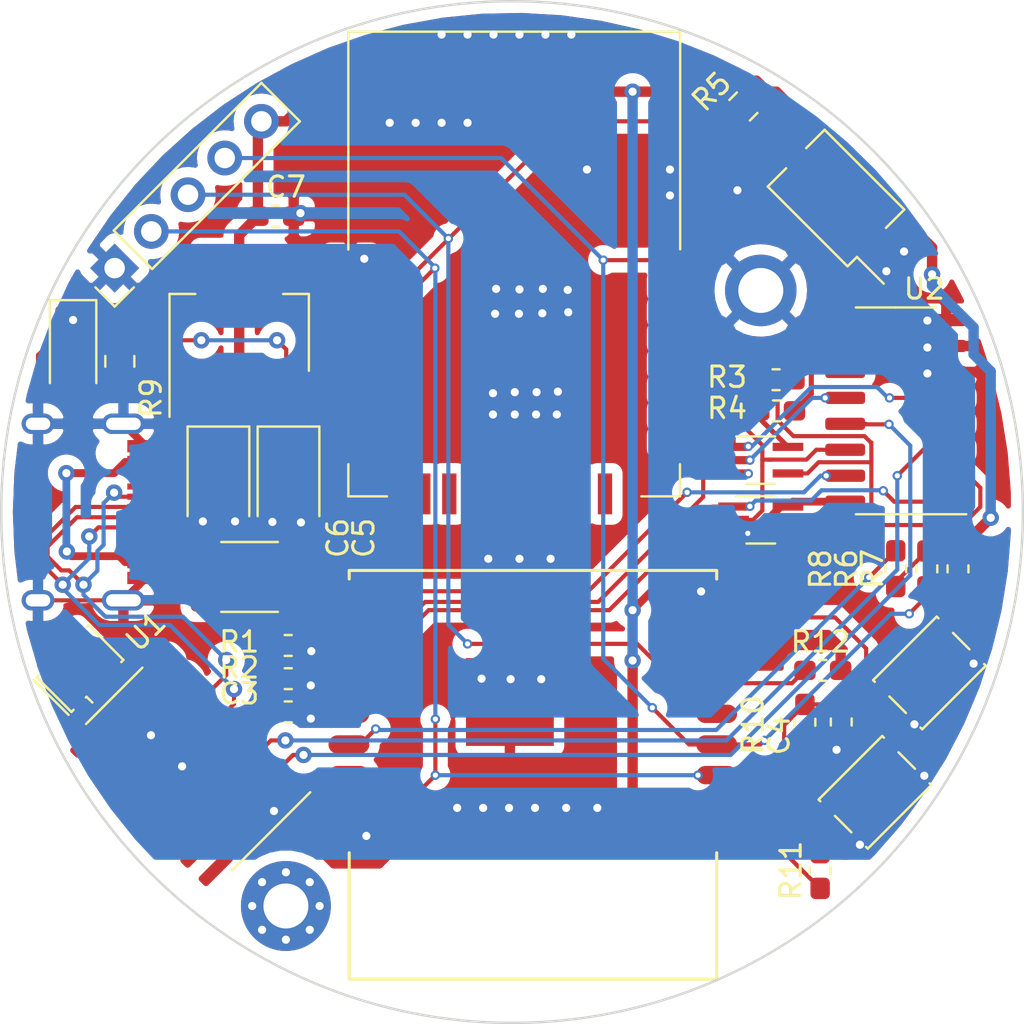
<source format=kicad_pcb>
(kicad_pcb (version 20171130) (host pcbnew "(5.1.4-0-10_14)")
  (layers (0 F.Cu signal hide) (31 B.Cu signal hide) (34 B.Paste user hide) (35 F.Paste user) (36 B.SilkS user) (37 F.SilkS user) (38 B.Mask user hide) (39 F.Mask user hide) (44 Edge.Cuts user))
  (net 0 "")
  (net 1 GND)
  (net 2 +3V3)
  (net 3 "Net-(C4-Pad1)")
  (net 4 +5V)
  (net 5 "Net-(D1-Pad2)")
  (net 6 VBUS)
  (net 7 /E18_P21)
  (net 8 /E18_P22)
  (net 9 /E18_RST)
  (net 10 "Net-(R1-Pad2)")
  (net 11 "Net-(R2-Pad2)")
  (net 12 /SEL0)
  (net 13 /SEL1)
  (net 14 "Net-(R6-Pad1)")
  (net 15 /ESP_RST)
  (net 16 "Net-(R11-Pad2)")
  (net 17 "Net-(R12-Pad1)")
  (net 18 /USB_TX)
  (net 19 /USB_RX)
  (net 20 "Net-(U1-Pad5)")
  (net 21 "Net-(U1-Pad6)")
  (net 22 /DBG_RX)
  (net 23 /E18_RX)
  (net 24 /ESP_RX)
  (net 25 /E18_TX)
  (net 26 /DBG_TX)
  (net 27 /ESP_TX)
  (net 28 "Net-(U1-Pad7)")
  (net 29 "Net-(U1-Pad8)")
  (module MountingHole:MountingHole_2.2mm_M2_Pad_Via (layer F.Cu) (at 173.482 122.1486)
    (fp_text reference REF** hide)
    (fp_text value MountingHole_2.2mm_M2_Pad_Via)
    (pad 1 thru_hole circle (at 0 0) (size 4.399999 4.399999) (drill 2.2) (layers *.Cu *.Mask))
    (pad 1 thru_hole circle (at 1.65 0) (size 0.7 0.7) (drill 0.4) (layers *.Cu *.Mask))
    (pad 1 thru_hole circle (at 1.166726 1.166726) (size 0.7 0.7) (drill 0.4) (layers *.Cu *.Mask))
    (pad 1 thru_hole circle (at 0 1.65) (size 0.7 0.7) (drill 0.4) (layers *.Cu *.Mask))
    (pad 1 thru_hole circle (at -1.166726 1.166726) (size 0.7 0.7) (drill 0.4) (layers *.Cu *.Mask))
    (pad 1 thru_hole circle (at -1.65 0) (size 0.7 0.7) (drill 0.4) (layers *.Cu *.Mask))
    (pad 1 thru_hole circle (at -1.166726 -1.166726) (size 0.7 0.7) (drill 0.4) (layers *.Cu *.Mask))
    (pad 1 thru_hole circle (at 0 -1.65) (size 0.7 0.7) (drill 0.4) (layers *.Cu *.Mask))
    (pad 1 thru_hole circle (at 1.166726 -1.166726) (size 0.7 0.7) (drill 0.4) (layers *.Cu *.Mask))
  )
  (module ESP8266:ESP-13-WROOM-02 (layer F.Cu) (at 194.564 118.745 180)
    (fp_text reference U7 hide)
    (fp_text value ESP-WROOM-02)
    (pad 10 smd oval (at 18 12 180) (size 2 0.9) (layers F.Cu F.Paste F.Mask) (net 22 /DBG_RX))
    (pad 9 smd oval (at 0 12 180) (size 2 0.9) (layers F.Cu F.Paste F.Mask) (net 1 GND))
    (pad 1 smd rect (at 0 0 180) (size 2 0.9) (layers F.Cu F.Paste F.Mask) (net 2 +3V3))
    (pad 2 smd oval (at 0 1.5 180) (size 2 0.9) (layers F.Cu F.Paste F.Mask) (net 3 "Net-(C4-Pad1)"))
    (pad 3 smd oval (at 0 3 180) (size 2 0.9) (layers F.Cu F.Paste F.Mask) (net 7 /E18_P21))
    (pad 4 smd oval (at 0 4.5 180) (size 2 0.9) (layers F.Cu F.Paste F.Mask) (net 9 /E18_RST))
    (pad 5 smd oval (at 0 6 180) (size 2 0.9) (layers F.Cu F.Paste F.Mask) (net 8 /E18_P22))
    (pad 6 smd oval (at 0 7.5 180) (size 2 0.9) (layers F.Cu F.Paste F.Mask) (net 17 "Net-(R12-Pad1)"))
    (pad 7 smd oval (at 0 9 180) (size 2 0.9) (layers F.Cu F.Paste F.Mask) (net 26 /DBG_TX))
    (pad 8 smd oval (at 0 10.5 180) (size 2 0.9) (layers F.Cu F.Paste F.Mask) (net 16 "Net-(R11-Pad2)"))
    (pad 11 smd oval (at 18 10.5 180) (size 2 0.9) (layers F.Cu F.Paste F.Mask) (net 24 /ESP_RX))
    (pad 12 smd oval (at 18 9 180) (size 2 0.9) (layers F.Cu F.Paste F.Mask) (net 27 /ESP_TX))
    (pad 13 smd oval (at 18 7.5 180) (size 2 0.9) (layers F.Cu F.Paste F.Mask) (net 1 GND))
    (pad 14 smd oval (at 18 6 180) (size 2 0.9) (layers F.Cu F.Paste F.Mask))
    (pad 15 smd oval (at 18 4.5 180) (size 2 0.9) (layers F.Cu F.Paste F.Mask) (net 15 /ESP_RST))
    (pad 16 smd oval (at 18 3 180) (size 2 0.9) (layers F.Cu F.Paste F.Mask))
    (pad 17 smd oval (at 18 1.5 180) (size 2 0.9) (layers F.Cu F.Paste F.Mask) (net 7 /E18_P21))
    (pad 18 smd oval (at 18 0 180) (size 2 0.9) (layers F.Cu F.Paste F.Mask) (net 1 GND))
    (pad PAD smd rect (at 10.12 6.58 180) (size 4.299999 4.299999) (layers F.Cu F.Paste F.Mask) (net 1 GND))
  )
  (module MountingHole:MountingHole_2.2mm_M2_ISO7380_Pad (layer F.Cu) (at 196.723 92.0242)
    (fp_text reference REF** hide)
    (fp_text value MountingHole_2.2mm_M2_ISO7380_Pad)
    (pad 1 thru_hole circle (at 0 0) (size 3.500001 3.500001) (drill 2.2) (layers *.Cu *.Mask) (net 1 GND))
  )
  (module Capacitor_SMD:C_0603_1608Metric_Pad1.05x0.95mm_HandSolder (layer F.Cu) (at 173.595 112.649)
    (fp_text reference C3 (at -2.399 -0.889) (layer F.SilkS))
    (fp_text value 100nF)
    (pad 1 smd roundrect (at -0.875 0) (size 1.05 0.95) (layers F.Cu F.Paste F.Mask) (net 2 +3V3))
    (pad 2 smd roundrect (at 0.875 0) (size 1.05 0.95) (layers F.Cu F.Paste F.Mask) (net 1 GND))
  )
  (module Capacitor_SMD:C_0603_1608Metric_Pad1.05x0.95mm_HandSolder (layer F.Cu) (at 200.66 113.143 270)
    (fp_text reference C4 (at 0.649 3.048 90) (layer F.SilkS))
    (fp_text value 100nF)
    (pad 1 smd roundrect (at -0.875 0 270) (size 1.05 0.95) (layers F.Cu F.Paste F.Mask) (net 3 "Net-(C4-Pad1)"))
    (pad 2 smd roundrect (at 0.875 0 270) (size 1.05 0.95) (layers F.Cu F.Paste F.Mask) (net 1 GND))
  )
  (module Capacitor_Tantalum_SMD:CP_EIA-3528-21_Kemet-B_Pad1.50x2.35mm_HandSolder (layer F.Cu) (at 173.609 101.32 270)
    (fp_text reference C5 (at 2.82 -3.683 90) (layer F.SilkS))
    (fp_text value 10uF)
    (pad 2 smd roundrect (at 1.625 0 270) (size 1.5 2.35) (layers F.Cu F.Paste F.Mask) (roundrect_rratio 0.166667) (net 1 GND))
    (pad 1 smd roundrect (at -1.625 0 270) (size 1.5 2.35) (layers F.Cu F.Paste F.Mask) (roundrect_rratio 0.166667) (net 4 +5V))
  )
  (module Capacitor_Tantalum_SMD:CP_EIA-3528-21_Kemet-B_Pad1.50x2.35mm_HandSolder (layer F.Cu) (at 170.18 101.32 270)
    (fp_text reference C6 (at 2.82 -5.842 90) (layer F.SilkS))
    (fp_text value 10uF)
    (pad 1 smd roundrect (at -1.625 0 270) (size 1.5 2.35) (layers F.Cu F.Paste F.Mask) (roundrect_rratio 0.166667) (net 2 +3V3))
    (pad 2 smd roundrect (at 1.625 0 270) (size 1.5 2.35) (layers F.Cu F.Paste F.Mask) (roundrect_rratio 0.166667) (net 1 GND))
  )
  (module Capacitor_SMD:C_0603_1608Metric_Pad1.05x0.95mm_HandSolder (layer F.Cu) (at 172.988 88.392)
    (fp_text reference C7 (at 0.494 -1.43) (layer F.SilkS))
    (fp_text value 100nF)
    (pad 2 smd roundrect (at 0.875 0) (size 1.05 0.95) (layers F.Cu F.Paste F.Mask) (net 1 GND))
    (pad 1 smd roundrect (at -0.875 0) (size 1.05 0.95) (layers F.Cu F.Paste F.Mask) (net 2 +3V3))
  )
  (module LED_SMD:LED_1206_3216Metric_Pad1.42x1.75mm_HandSolder (layer F.Cu) (at 163.068 94.9595 270)
    (fp_text reference D1 hide)
    (fp_text value LED)
    (pad 1 smd roundrect (at -1.4875 0 270) (size 1.425 1.75) (layers F.Cu F.Paste F.Mask) (roundrect_rratio 0.175439) (net 1 GND))
    (pad 2 smd roundrect (at 1.4875 0 270) (size 1.425 1.75) (layers F.Cu F.Paste F.Mask) (roundrect_rratio 0.175439) (net 5 "Net-(D1-Pad2)"))
  )
  (module Fuse:Fuse_1812_4532Metric_Pad1.30x3.40mm_HandSolder (layer F.Cu) (at 171.704 106.045 180)
    (fp_text reference F1 hide)
    (fp_text value MF-MSMF050)
    (pad 1 smd roundrect (at -2.225 0 180) (size 1.3 3.4) (layers F.Cu F.Paste F.Mask) (roundrect_rratio 0.192308) (net 4 +5V))
    (pad 2 smd roundrect (at 2.225 0 180) (size 1.3 3.4) (layers F.Cu F.Paste F.Mask) (roundrect_rratio 0.192308) (net 6 VBUS))
  )
  (module Connector_PinHeader_2.54mm:PinHeader_1x05_P2.54mm_Vertical (layer F.Cu) (at 165.1 90.932 135)
    (fp_text reference J1 hide)
    (fp_text value Conn_01x05)
    (pad 1 thru_hole rect (at 0 0 135) (size 1.7 1.7) (drill 1) (layers *.Cu *.Mask) (net 1 GND))
    (pad 2 thru_hole oval (at 0 2.54 135) (size 1.7 1.7) (drill 1) (layers *.Cu *.Mask) (net 7 /E18_P21))
    (pad 3 thru_hole oval (at 0 5.08 135) (size 1.7 1.7) (drill 1) (layers *.Cu *.Mask) (net 8 /E18_P22))
    (pad 4 thru_hole oval (at 0 7.62 135) (size 1.7 1.7) (drill 1) (layers *.Cu *.Mask) (net 9 /E18_RST))
    (pad 5 thru_hole oval (at 0 10.16 135) (size 1.7 1.7) (drill 1) (layers *.Cu *.Mask) (net 2 +3V3))
  )
  (module Resistor_SMD:R_0603_1608Metric_Pad1.05x0.95mm_HandSolder (layer F.Cu) (at 197.471 96.393)
    (fp_text reference R3 (at -2.399 -0.127) (layer F.SilkS))
    (fp_text value 10k)
    (pad 1 smd roundrect (at -0.875 0) (size 1.05 0.95) (layers F.Cu F.Paste F.Mask) (net 2 +3V3))
    (pad 2 smd roundrect (at 0.875 0) (size 1.05 0.95) (layers F.Cu F.Paste F.Mask) (net 13 /SEL1))
  )
  (module Resistor_SMD:R_0603_1608Metric_Pad1.05x0.95mm_HandSolder (layer F.Cu) (at 197.4964 97.917)
    (fp_text reference R4 (at -2.4244 -0.127) (layer F.SilkS))
    (fp_text value 10k)
    (pad 2 smd roundrect (at 0.875 0) (size 1.05 0.95) (layers F.Cu F.Paste F.Mask) (net 12 /SEL0))
    (pad 1 smd roundrect (at -0.875 0) (size 1.05 0.95) (layers F.Cu F.Paste F.Mask) (net 2 +3V3))
  )
  (module Resistor_SMD:R_0805_2012Metric_Pad1.15x1.40mm_HandSolder (layer F.Cu) (at 195.871216 83.020784 225)
    (fp_text reference R5 (at 0.591447 1.616446 45) (layer F.SilkS))
    (fp_text value 1k)
    (pad 1 smd roundrect (at -1.025 0 225) (size 1.15 1.4) (layers F.Cu F.Paste F.Mask) (roundrect_rratio 0.217391) (net 2 +3V3))
    (pad 2 smd roundrect (at 1.025 0 225) (size 1.15 1.4) (layers F.Cu F.Paste F.Mask) (roundrect_rratio 0.217391) (net 8 /E18_P22))
  )
  (module Resistor_SMD:R_0603_1608Metric_Pad1.05x0.95mm_HandSolder (layer F.Cu) (at 204.851 105.65 270)
    (fp_text reference R6 (at 0.014 3.937 90) (layer F.SilkS))
    (fp_text value 0)
    (pad 1 smd roundrect (at -0.875 0 270) (size 1.05 0.95) (layers F.Cu F.Paste F.Mask) (net 14 "Net-(R6-Pad1)"))
    (pad 2 smd roundrect (at 0.875 0 270) (size 1.05 0.95) (layers F.Cu F.Paste F.Mask) (net 9 /E18_RST))
  )
  (module Resistor_SMD:R_0603_1608Metric_Pad1.05x0.95mm_HandSolder (layer F.Cu) (at 206.375 105.65 270)
    (fp_text reference R7 (at 0 4.191 90) (layer F.SilkS))
    (fp_text value 10k)
    (pad 2 smd roundrect (at 0.875 0 270) (size 1.05 0.95) (layers F.Cu F.Paste F.Mask) (net 14 "Net-(R6-Pad1)"))
    (pad 1 smd roundrect (at -0.875 0 270) (size 1.05 0.95) (layers F.Cu F.Paste F.Mask) (net 2 +3V3))
  )
  (module Resistor_SMD:R_0603_1608Metric_Pad1.05x0.95mm_HandSolder (layer F.Cu) (at 203.327 105.6386 270)
    (fp_text reference R8 (at 0.0254 3.683 90) (layer F.SilkS))
    (fp_text value 0)
    (pad 2 smd roundrect (at 0.875 0 270) (size 1.05 0.95) (layers F.Cu F.Paste F.Mask) (net 14 "Net-(R6-Pad1)"))
    (pad 1 smd roundrect (at -0.875 0 270) (size 1.05 0.95) (layers F.Cu F.Paste F.Mask) (net 15 /ESP_RST))
  )
  (module Resistor_SMD:R_0805_2012Metric_Pad1.15x1.40mm_HandSolder (layer F.Cu) (at 165.354 95.495 90)
    (fp_text reference R9 (at -1.787 1.524 270) (layer F.SilkS))
    (fp_text value 1k)
    (pad 2 smd roundrect (at 1.025 0 90) (size 1.15 1.4) (layers F.Cu F.Paste F.Mask) (roundrect_rratio 0.217391) (net 4 +5V))
    (pad 1 smd roundrect (at -1.025 0 90) (size 1.15 1.4) (layers F.Cu F.Paste F.Mask) (roundrect_rratio 0.217391) (net 5 "Net-(D1-Pad2)"))
  )
  (module Resistor_SMD:R_0603_1608Metric_Pad1.05x0.95mm_HandSolder (layer F.Cu) (at 198.882 113.157 90)
    (fp_text reference R10 (at -0.127 -2.54 90) (layer F.SilkS))
    (fp_text value 10k)
    (pad 1 smd roundrect (at -0.875 0 90) (size 1.05 0.95) (layers F.Cu F.Paste F.Mask) (net 2 +3V3))
    (pad 2 smd roundrect (at 0.875 0 90) (size 1.05 0.95) (layers F.Cu F.Paste F.Mask) (net 3 "Net-(C4-Pad1)"))
  )
  (module Resistor_SMD:R_0603_1608Metric_Pad1.05x0.95mm_HandSolder (layer F.Cu) (at 199.627718 120.412282 90)
    (fp_text reference R11 (at 0 -1.43 90) (layer F.SilkS))
    (fp_text value 10k)
    (pad 1 smd roundrect (at -0.875 0 90) (size 1.05 0.95) (layers F.Cu F.Paste F.Mask) (net 2 +3V3))
    (pad 2 smd roundrect (at 0.875 0 90) (size 1.05 0.95) (layers F.Cu F.Paste F.Mask) (net 16 "Net-(R11-Pad2)"))
  )
  (module Resistor_SMD:R_0603_1608Metric_Pad1.05x0.95mm_HandSolder (layer F.Cu) (at 199.757 110.617)
    (fp_text reference R12 (at -0.113 -1.397) (layer F.SilkS))
    (fp_text value 10k)
    (pad 2 smd roundrect (at 0.875 0) (size 1.05 0.95) (layers F.Cu F.Paste F.Mask) (net 1 GND))
    (pad 1 smd roundrect (at -0.875 0) (size 1.05 0.95) (layers F.Cu F.Paste F.Mask) (net 17 "Net-(R12-Pad1)"))
  )
  (module Button_Switch_SMD:SW_DIP_SPSTx02_Slide_Copal_CHS-02B_W7.62mm_P1.27mm (layer F.Cu) (at 200.406 87.503 135)
    (fp_text reference SW1 hide)
    (fp_text value SW_DIP_x02)
    (pad 1 smd rect (at -3.81 -0.635 135) (size 1.6 0.76) (layers F.Cu F.Paste F.Mask) (net 1 GND))
    (pad 3 smd rect (at 3.81 0.635 135) (size 1.6 0.76) (layers F.Cu F.Paste F.Mask) (net 12 /SEL0))
    (pad 2 smd rect (at -3.81 0.635 135) (size 1.6 0.76) (layers F.Cu F.Paste F.Mask) (net 1 GND))
    (pad 4 smd rect (at 3.81 -0.635 135) (size 1.6 0.76) (layers F.Cu F.Paste F.Mask) (net 13 /SEL1))
  )
  (module Button_Switch_SMD:SW_SPST_PTS810 (layer F.Cu) (at 204.978 110.744 45)
    (fp_text reference SW2 hide)
    (fp_text value SW_Push)
    (pad 1 smd rect (at -2.075 -1.075 45) (size 1.05 0.65) (layers F.Cu F.Paste F.Mask) (net 14 "Net-(R6-Pad1)"))
    (pad 1 smd rect (at 2.075 -1.075 45) (size 1.05 0.65) (layers F.Cu F.Paste F.Mask) (net 14 "Net-(R6-Pad1)"))
    (pad 2 smd rect (at -2.075 1.075 45) (size 1.05 0.65) (layers F.Cu F.Paste F.Mask) (net 1 GND))
    (pad 2 smd rect (at 2.075 1.075 45) (size 1.05 0.65) (layers F.Cu F.Paste F.Mask) (net 1 GND))
  )
  (module Button_Switch_SMD:SW_SPST_PTS810 (layer F.Cu) (at 202.311 116.586 45)
    (fp_text reference SW3 hide)
    (fp_text value SW_Push)
    (pad 2 smd rect (at 2.075 1.075 45) (size 1.05 0.65) (layers F.Cu F.Paste F.Mask) (net 1 GND))
    (pad 2 smd rect (at -2.075 1.075 45) (size 1.05 0.65) (layers F.Cu F.Paste F.Mask) (net 1 GND))
    (pad 1 smd rect (at 2.075 -1.075 45) (size 1.05 0.65) (layers F.Cu F.Paste F.Mask) (net 16 "Net-(R11-Pad2)"))
    (pad 1 smd rect (at -2.075 -1.075 45) (size 1.05 0.65) (layers F.Cu F.Paste F.Mask) (net 16 "Net-(R11-Pad2)"))
  )
  (module Package_SO:SOIC-16_3.9x9.9mm_P1.27mm (layer F.Cu) (at 168.656 115.443 225)
    (fp_text reference U1 (at -3.322695 6.196377 45) (layer F.SilkS))
    (fp_text value CH340G)
    (pad 1 smd roundrect (at -2.475 -4.445 225) (size 1.95 0.6) (layers F.Cu F.Paste F.Mask) (net 1 GND))
    (pad 2 smd roundrect (at -2.475 -3.175 225) (size 1.95 0.6) (layers F.Cu F.Paste F.Mask) (net 18 /USB_TX))
    (pad 3 smd roundrect (at -2.475 -1.905 225) (size 1.95 0.6) (layers F.Cu F.Paste F.Mask) (net 19 /USB_RX))
    (pad 4 smd roundrect (at -2.475 -0.635 225) (size 1.95 0.6) (layers F.Cu F.Paste F.Mask) (net 2 +3V3))
    (pad 5 smd roundrect (at -2.475 0.635 225) (size 1.95 0.6) (layers F.Cu F.Paste F.Mask) (net 20 "Net-(U1-Pad5)"))
    (pad 6 smd roundrect (at -2.475 1.905 225) (size 1.95 0.6) (layers F.Cu F.Paste F.Mask) (net 21 "Net-(U1-Pad6)"))
    (pad 7 smd roundrect (at -2.475 3.175 225) (size 1.95 0.6) (layers F.Cu F.Paste F.Mask) (net 28 "Net-(U1-Pad7)"))
    (pad 8 smd roundrect (at -2.475 4.445 225) (size 1.95 0.6) (layers F.Cu F.Paste F.Mask) (net 29 "Net-(U1-Pad8)"))
    (pad 9 smd roundrect (at 2.475 4.445 225) (size 1.95 0.6) (layers F.Cu F.Paste F.Mask))
    (pad 10 smd roundrect (at 2.475 3.175 225) (size 1.95 0.6) (layers F.Cu F.Paste F.Mask))
    (pad 11 smd roundrect (at 2.475 1.905 225) (size 1.95 0.6) (layers F.Cu F.Paste F.Mask))
    (pad 12 smd roundrect (at 2.475 0.635 225) (size 1.95 0.6) (layers F.Cu F.Paste F.Mask))
    (pad 13 smd roundrect (at 2.475 -0.635 225) (size 1.95 0.6) (layers F.Cu F.Paste F.Mask))
    (pad 14 smd roundrect (at 2.475 -1.905 225) (size 1.95 0.6) (layers F.Cu F.Paste F.Mask))
    (pad 15 smd roundrect (at 2.475 -3.175 225) (size 1.95 0.6) (layers F.Cu F.Paste F.Mask))
    (pad 16 smd roundrect (at 2.475 -4.445 225) (size 1.95 0.6) (layers F.Cu F.Paste F.Mask) (net 2 +3V3))
  )
  (module Package_SO:SOIC-16_3.9x9.9mm_P1.27mm (layer F.Cu) (at 203.327 97.917 180)
    (fp_text reference U2 (at -1.397 5.969) (layer F.SilkS))
    (fp_text value CD4052B)
    (pad 16 smd roundrect (at 2.475 -4.445 180) (size 1.95 0.6) (layers F.Cu F.Paste F.Mask) (net 2 +3V3))
    (pad 15 smd roundrect (at 2.475 -3.175 180) (size 1.95 0.6) (layers F.Cu F.Paste F.Mask) (net 22 /DBG_RX))
    (pad 14 smd roundrect (at 2.475 -1.905 180) (size 1.95 0.6) (layers F.Cu F.Paste F.Mask) (net 23 /E18_RX))
    (pad 13 smd roundrect (at 2.475 -0.635 180) (size 1.95 0.6) (layers F.Cu F.Paste F.Mask) (net 18 /USB_TX))
    (pad 12 smd roundrect (at 2.475 0.635 180) (size 1.95 0.6) (layers F.Cu F.Paste F.Mask) (net 24 /ESP_RX))
    (pad 11 smd roundrect (at 2.475 1.905 180) (size 1.95 0.6) (layers F.Cu F.Paste F.Mask))
    (pad 10 smd roundrect (at 2.475 3.175 180) (size 1.95 0.6) (layers F.Cu F.Paste F.Mask) (net 12 /SEL0))
    (pad 9 smd roundrect (at 2.475 4.445 180) (size 1.95 0.6) (layers F.Cu F.Paste F.Mask) (net 13 /SEL1))
    (pad 8 smd roundrect (at -2.475 4.445 180) (size 1.95 0.6) (layers F.Cu F.Paste F.Mask) (net 1 GND))
    (pad 7 smd roundrect (at -2.475 3.175 180) (size 1.95 0.6) (layers F.Cu F.Paste F.Mask) (net 1 GND))
    (pad 6 smd roundrect (at -2.475 1.905 180) (size 1.95 0.6) (layers F.Cu F.Paste F.Mask) (net 1 GND))
    (pad 5 smd roundrect (at -2.475 0.635 180) (size 1.95 0.6) (layers F.Cu F.Paste F.Mask) (net 25 /E18_TX))
    (pad 4 smd roundrect (at -2.475 -0.635 180) (size 1.95 0.6) (layers F.Cu F.Paste F.Mask))
    (pad 3 smd roundrect (at -2.475 -1.905 180) (size 1.95 0.6) (layers F.Cu F.Paste F.Mask) (net 19 /USB_RX))
    (pad 2 smd roundrect (at -2.475 -3.175 180) (size 1.95 0.6) (layers F.Cu F.Paste F.Mask) (net 26 /DBG_TX))
    (pad 1 smd roundrect (at -2.475 -4.445 180) (size 1.95 0.6) (layers F.Cu F.Paste F.Mask) (net 27 /ESP_TX))
  )
  (module z2m_partner:E18-MS1PA1-IPX (layer F.Cu) (at 176.657 101.981)
    (fp_text reference U3 hide)
    (fp_text value E18-MS1-PCB)
    (pad 17 smd rect (at 16 -2.55 90) (size 0.7 2) (layers F.Cu F.Paste F.Mask))
    (pad 18 smd rect (at 16 -3.82 90) (size 0.7 2) (layers F.Cu F.Paste F.Mask))
    (pad 19 smd rect (at 16 -5.09 90) (size 0.7 2) (layers F.Cu F.Paste F.Mask))
    (pad 20 smd rect (at 16 -6.36 90) (size 0.7 2) (layers F.Cu F.Paste F.Mask) (net 25 /E18_TX))
    (pad 21 smd rect (at 16 -7.63 90) (size 0.7 2) (layers F.Cu F.Paste F.Mask) (net 23 /E18_RX))
    (pad 22 smd rect (at 16 -8.9 90) (size 0.7 2) (layers F.Cu F.Paste F.Mask))
    (pad 23 smd rect (at 16 -10.17 90) (size 0.7 2) (layers F.Cu F.Paste F.Mask))
    (pad 24 smd rect (at 16 -11.44 90) (size 0.7 2) (layers F.Cu F.Paste F.Mask) (net 9 /E18_RST))
    (pad 9 smd rect (at 3.55 0 180) (size 0.7 2) (layers F.Cu F.Paste F.Mask))
    (pad 10 smd rect (at 4.82 0 180) (size 0.7 2) (layers F.Cu F.Paste F.Mask))
    (pad 11 smd rect (at 6.09 0 180) (size 0.7 2) (layers F.Cu F.Paste F.Mask))
    (pad 12 smd rect (at 7.36 0 180) (size 0.7 2) (layers F.Cu F.Paste F.Mask))
    (pad 13 smd rect (at 8.63 0 180) (size 0.7 2) (layers F.Cu F.Paste F.Mask))
    (pad 14 smd rect (at 9.9 0 180) (size 0.7 2) (layers F.Cu F.Paste F.Mask))
    (pad 15 smd rect (at 11.17 0 180) (size 0.7 2) (layers F.Cu F.Paste F.Mask))
    (pad 16 smd rect (at 12.44 0 180) (size 0.7 2) (layers F.Cu F.Paste F.Mask))
    (pad 1 smd rect (at 0 -11.44 270) (size 0.7 2) (layers F.Cu F.Paste F.Mask) (net 1 GND))
    (pad 2 smd rect (at 0 -10.17 270) (size 0.7 2) (layers F.Cu F.Paste F.Mask) (net 2 +3V3))
    (pad 3 smd rect (at 0 -8.9 270) (size 0.7 2) (layers F.Cu F.Paste F.Mask) (net 8 /E18_P22))
    (pad 4 smd rect (at 0 -7.63 270) (size 0.7 2) (layers F.Cu F.Paste F.Mask) (net 7 /E18_P21))
    (pad 5 smd rect (at 0 -6.36 270) (size 0.7 2) (layers F.Cu F.Paste F.Mask) (net 1 GND))
    (pad 6 smd rect (at 0 -5.09 270) (size 0.7 2) (layers F.Cu F.Paste F.Mask))
    (pad 7 smd rect (at 0 -3.82 270) (size 0.7 2) (layers F.Cu F.Paste F.Mask))
    (pad 8 smd rect (at 0 -2.55 270) (size 0.7 2) (layers F.Cu F.Paste F.Mask))
  )
  (module Package_TO_SOT_SMD:SOT-353_SC-70-5_Handsoldering (layer F.Cu) (at 196.723 100.33)
    (fp_text reference U4 hide)
    (fp_text value 74LVC1G66)
    (pad 1 smd rect (at -1.33 -0.65) (size 1.5 0.4) (layers F.Cu F.Paste F.Mask) (net 25 /E18_TX))
    (pad 2 smd rect (at -1.33 0) (size 1.5 0.4) (layers F.Cu F.Paste F.Mask) (net 24 /ESP_RX))
    (pad 3 smd rect (at -1.33 0.65) (size 1.5 0.4) (layers F.Cu F.Paste F.Mask) (net 1 GND))
    (pad 4 smd rect (at 1.33 0.65) (size 1.5 0.4) (layers F.Cu F.Paste F.Mask) (net 13 /SEL1))
    (pad 5 smd rect (at 1.33 -0.65) (size 1.5 0.4) (layers F.Cu F.Paste F.Mask) (net 2 +3V3))
  )
  (module Package_TO_SOT_SMD:SOT-353_SC-70-5_Handsoldering (layer F.Cu) (at 196.723 103.251)
    (fp_text reference U5 hide)
    (fp_text value 74LVC1G66)
    (pad 5 smd rect (at 1.33 -0.65) (size 1.5 0.4) (layers F.Cu F.Paste F.Mask) (net 2 +3V3))
    (pad 4 smd rect (at 1.33 0.65) (size 1.5 0.4) (layers F.Cu F.Paste F.Mask) (net 13 /SEL1))
    (pad 3 smd rect (at -1.33 0.65) (size 1.5 0.4) (layers F.Cu F.Paste F.Mask) (net 1 GND))
    (pad 2 smd rect (at -1.33 0) (size 1.5 0.4) (layers F.Cu F.Paste F.Mask) (net 23 /E18_RX))
    (pad 1 smd rect (at -1.33 -0.65) (size 1.5 0.4) (layers F.Cu F.Paste F.Mask) (net 27 /ESP_TX))
  )
  (module Package_TO_SOT_SMD:SOT-223-3_TabPin2 (layer F.Cu) (at 171.196 94.107 90)
    (fp_text reference U6 hide)
    (fp_text value AP1117-33)
    (pad 2 smd rect (at 3.15 0 90) (size 2 3.8) (layers F.Cu F.Paste F.Mask) (net 2 +3V3))
    (pad 2 smd rect (at -3.15 0 90) (size 2 1.5) (layers F.Cu F.Paste F.Mask) (net 2 +3V3))
    (pad 3 smd rect (at -3.15 2.3 90) (size 2 1.5) (layers F.Cu F.Paste F.Mask) (net 4 +5V))
    (pad 1 smd rect (at -3.15 -2.3 90) (size 2 1.5) (layers F.Cu F.Paste F.Mask) (net 1 GND))
  )
  (module TypeC:HRO-TYPE-C-31-M-12-HandSoldering (layer F.Cu) (at 158.75 102.87 270)
    (fp_text reference USB1 hide)
    (fp_text value HRO-TYPE-C-31-M-12 hide)
    (pad 13 thru_hole oval (at 4.32 -2.6 270) (size 1 1.6) (drill oval 0.6 1.2) (layers *.Cu B.Mask) (net 1 GND))
    (pad 13 thru_hole oval (at -4.32 -2.6 270) (size 1 1.6) (drill oval 0.6 1.2) (layers *.Cu B.Mask) (net 1 GND))
    (pad 13 thru_hole oval (at 4.32 -6.78 270) (size 1 2.1) (drill oval 0.6 1.7) (layers *.Cu B.Mask) (net 1 GND))
    (pad 13 thru_hole oval (at -4.32 -6.78 270) (size 1 2.1) (drill oval 0.6 1.7) (layers *.Cu B.Mask) (net 1 GND))
    (pad "" np_thru_hole circle (at -2.89 -6.25 270) (size 0.65 0.65) (drill 0.65) (layers *.Cu *.Mask))
    (pad "" np_thru_hole circle (at 2.89 -6.25 270) (size 0.65 0.65) (drill 0.65) (layers *.Cu *.Mask))
    (pad 6 smd rect (at -0.25 -8.195 270) (size 0.3 2.45) (layers F.Cu F.Paste F.Mask) (net 20 "Net-(U1-Pad5)"))
    (pad 7 smd rect (at 0.25 -8.195 270) (size 0.3 2.45) (layers F.Cu F.Paste F.Mask) (net 21 "Net-(U1-Pad6)"))
    (pad 8 smd rect (at 0.75 -8.195 270) (size 0.3 2.45) (layers F.Cu F.Paste F.Mask) (net 20 "Net-(U1-Pad5)"))
    (pad 5 smd rect (at -0.75 -8.195 270) (size 0.3 2.45) (layers F.Cu F.Paste F.Mask) (net 21 "Net-(U1-Pad6)"))
    (pad 9 smd rect (at 1.25 -8.195 270) (size 0.3 2.45) (layers F.Cu F.Paste F.Mask))
    (pad 4 smd rect (at -1.25 -8.195 270) (size 0.3 2.45) (layers F.Cu F.Paste F.Mask) (net 10 "Net-(R1-Pad2)"))
    (pad 10 smd rect (at 1.75 -8.195 270) (size 0.3 2.45) (layers F.Cu F.Paste F.Mask) (net 11 "Net-(R2-Pad2)"))
    (pad 3 smd rect (at -1.75 -8.195 270) (size 0.3 2.45) (layers F.Cu F.Paste F.Mask))
    (pad 2 smd rect (at -2.45 -8.195 270) (size 0.6 2.45) (layers F.Cu F.Paste F.Mask) (net 6 VBUS))
    (pad 11 smd rect (at 2.45 -8.195 270) (size 0.6 2.45) (layers F.Cu F.Paste F.Mask) (net 6 VBUS))
    (pad 1 smd rect (at -3.225 -8.195 270) (size 0.6 2.45) (layers F.Cu F.Paste F.Mask) (net 1 GND))
    (pad 12 smd rect (at 3.225 -8.195 270) (size 0.6 2.45) (layers F.Cu F.Paste F.Mask) (net 1 GND))
  )
  (module Crystal:Resonator_SMD_muRata_CSTxExxV-3Pin_3.0x1.1mm_HandSoldering (layer F.Cu) (at 163.408528 110.530472 45)
    (fp_text reference Y1 hide)
    (fp_text value 12MHz)
    (pad 1 smd rect (at -1.2 0 45) (size 0.4 3.2) (layers F.Cu F.Paste F.Mask) (net 28 "Net-(U1-Pad7)"))
    (pad 2 smd rect (at 0 0 45) (size 0.4 3.2) (layers F.Cu F.Paste F.Mask) (net 1 GND))
    (pad 3 smd rect (at 1.2 0 45) (size 0.4 3.2) (layers F.Cu F.Paste F.Mask) (net 29 "Net-(U1-Pad8)"))
  )
  (module Resistor_SMD:R_0603_1608Metric_Pad1.05x0.95mm_HandSolder (layer F.Cu) (at 173.595 109.3978 180)
    (fp_text reference R1 (at 2.399 0.1778) (layer F.SilkS))
    (fp_text value 5.1k)
    (pad 2 smd roundrect (at 0.875 0 180) (size 1.05 0.95) (layers F.Cu F.Paste F.Mask) (net 10 "Net-(R1-Pad2)"))
    (pad 1 smd roundrect (at -0.875 0 180) (size 1.05 0.95) (layers F.Cu F.Paste F.Mask) (net 1 GND))
  )
  (module Resistor_SMD:R_0603_1608Metric_Pad1.05x0.95mm_HandSolder (layer F.Cu) (at 173.5976 111.0234 180)
    (fp_text reference R2 (at 2.4016 0.5334) (layer F.SilkS))
    (fp_text value 5.1k)
    (pad 1 smd roundrect (at -0.875 0 180) (size 1.05 0.95) (layers F.Cu F.Paste F.Mask) (net 1 GND))
    (pad 2 smd roundrect (at 0.875 0 180) (size 1.05 0.95) (layers F.Cu F.Paste F.Mask) (net 11 "Net-(R2-Pad2)"))
  )
  (gr_circle (center 184.55 102.87) (end 209.55 102.87) (layer Edge.Cuts) (width 0.12))
  (via (at 196.1134 100.9904) (size 0.4572) (drill 0.254) (layers F.Cu B.Cu) (net 1))
  (via (at 196.088 103.9114) (size 0.4572) (drill 0.254) (layers F.Cu B.Cu) (net 1))
  (via (at 207.137 110.2868) (size 0.8) (drill 0.4) (layers F.Cu B.Cu) (net 1))
  (via (at 201.5744 119.1514) (size 0.8) (drill 0.4) (layers F.Cu B.Cu) (net 1))
  (via (at 204.724 115.7732) (size 0.8) (drill 0.4) (layers F.Cu B.Cu) (net 1))
  (via (at 204.2414 113.2586) (size 0.8) (drill 0.4) (layers F.Cu B.Cu) (net 1))
  (via (at 200.4314 114.5032) (size 0.8) (drill 0.4) (layers F.Cu B.Cu) (net 1))
  (via (at 185.9788 111.0488) (size 0.8) (drill 0.4) (layers F.Cu B.Cu) (net 1))
  (via (at 184.4802 111.0488) (size 0.8) (drill 0.4) (layers F.Cu B.Cu) (net 1))
  (via (at 183.0578 111.0234) (size 0.8) (drill 0.4) (layers F.Cu B.Cu) (net 1))
  (via (at 193.802 106.7562) (size 0.8) (drill 0.4) (layers F.Cu B.Cu) (net 1))
  (via (at 204.8764 96.0882) (size 0.8) (drill 0.4) (layers F.Cu B.Cu) (net 1))
  (via (at 204.8764 94.8182) (size 0.8) (drill 0.4) (layers F.Cu B.Cu) (net 1))
  (via (at 204.8764 93.4974) (size 0.8) (drill 0.4) (layers F.Cu B.Cu) (net 1))
  (via (at 202.8698 91.0844) (size 0.8) (drill 0.4) (layers F.Cu B.Cu) (net 1))
  (via (at 203.7334 90.1192) (size 0.8) (drill 0.4) (layers F.Cu B.Cu) (net 1))
  (via (at 174.1932 88.2396) (size 0.8) (drill 0.4) (layers F.Cu B.Cu) (net 1))
  (via (at 177.3174 90.4748) (size 0.8) (drill 0.4) (layers F.Cu B.Cu) (net 1))
  (via (at 174.2186 103.378) (size 0.8) (drill 0.4) (layers F.Cu B.Cu) (net 1))
  (via (at 172.8216 103.3526) (size 0.8) (drill 0.4) (layers F.Cu B.Cu) (net 1))
  (via (at 169.418 103.3272) (size 0.8) (drill 0.4) (layers F.Cu B.Cu) (net 1))
  (via (at 170.9928 103.3272) (size 0.8) (drill 0.4) (layers F.Cu B.Cu) (net 1))
  (via (at 174.7266 109.6772) (size 0.8) (drill 0.4) (layers F.Cu B.Cu) (net 1))
  (via (at 174.7012 111.3536) (size 0.8) (drill 0.4) (layers F.Cu B.Cu) (net 1))
  (via (at 174.7012 112.9792) (size 0.8) (drill 0.4) (layers F.Cu B.Cu) (net 1))
  (via (at 172.8978 117.5004) (size 0.8) (drill 0.4) (layers F.Cu B.Cu) (net 1))
  (via (at 177.419 118.7196) (size 0.8) (drill 0.4) (layers F.Cu B.Cu) (net 1))
  (segment (start 166.625 106.095) (end 165.53 107.19) (width 0.381) (layer F.Cu) (net 1))
  (segment (start 166.945 106.095) (end 166.625 106.095) (width 0.381) (layer F.Cu) (net 1))
  (segment (start 166.625 99.645) (end 165.53 98.55) (width 0.381) (layer F.Cu) (net 1))
  (segment (start 166.945 99.645) (end 166.625 99.645) (width 0.381) (layer F.Cu) (net 1))
  (segment (start 161.35 108.471944) (end 161.35 107.19) (width 0.2032) (layer F.Cu) (net 1))
  (segment (start 163.408528 110.530472) (end 161.35 108.471944) (width 0.2032) (layer F.Cu) (net 1))
  (segment (start 161.35 95.19) (end 161.35 98.55) (width 0.2032) (layer F.Cu) (net 1))
  (segment (start 163.068 93.472) (end 163.068 93.472) (width 0.2032) (layer F.Cu) (net 1))
  (segment (start 162.3532 98.55) (end 165.53 98.55) (width 0.2032) (layer F.Cu) (net 1))
  (segment (start 161.35 98.55) (end 162.3532 98.55) (width 0.2032) (layer F.Cu) (net 1))
  (segment (start 161.35 107.19) (end 165.53 107.19) (width 0.2032) (layer F.Cu) (net 1))
  (segment (start 205.802 93.472) (end 205.802 96.012) (width 0.381) (layer F.Cu) (net 1))
  (segment (start 163.068 93.472) (end 161.35 95.19) (width 0.2032) (layer F.Cu) (net 1))
  (via (at 163.068 93.472) (size 0.8) (drill 0.4) (layers F.Cu B.Cu) (net 1))
  (segment (start 201.131072 111.116072) (end 200.632 110.617) (width 0.2032) (layer F.Cu) (net 1))
  (segment (start 201.444753 111.429753) (end 201.131072 111.116072) (width 0.2032) (layer F.Cu) (net 1))
  (segment (start 201.444753 113.233247) (end 201.444753 111.429753) (width 0.2032) (layer F.Cu) (net 1))
  (segment (start 200.66 114.018) (end 201.444753 113.233247) (width 0.2032) (layer F.Cu) (net 1))
  (segment (start 174.6942 111.245) (end 174.4726 111.0234) (width 0.508) (layer F.Cu) (net 1))
  (segment (start 176.564 111.245) (end 174.6942 111.245) (width 0.508) (layer F.Cu) (net 1))
  (via (at 184.6834 98.0948) (size 0.8) (drill 0.4) (layers F.Cu B.Cu) (net 1))
  (via (at 185.7248 98.0948) (size 0.8) (drill 0.4) (layers F.Cu B.Cu) (net 1))
  (via (at 186.7408 98.0948) (size 0.8) (drill 0.4) (layers F.Cu B.Cu) (net 1))
  (via (at 183.6166 98.0948) (size 0.8) (drill 0.4) (layers F.Cu B.Cu) (net 1))
  (via (at 183.6166 97.0534) (size 0.8) (drill 0.4) (layers F.Cu B.Cu) (net 1))
  (via (at 184.6834 97.0026) (size 0.8) (drill 0.4) (layers F.Cu B.Cu) (net 1))
  (via (at 185.7502 97.0026) (size 0.8) (drill 0.4) (layers F.Cu B.Cu) (net 1))
  (via (at 186.7916 96.9772) (size 0.8) (drill 0.4) (layers F.Cu B.Cu) (net 1))
  (via (at 183.769 91.948) (size 0.8) (drill 0.4) (layers F.Cu B.Cu) (net 1))
  (via (at 184.912 91.9734) (size 0.8) (drill 0.4) (layers F.Cu B.Cu) (net 1))
  (via (at 186.055 91.948) (size 0.8) (drill 0.4) (layers F.Cu B.Cu) (net 1))
  (via (at 187.2742 91.9988) (size 0.8) (drill 0.4) (layers F.Cu B.Cu) (net 1))
  (via (at 187.2996 93.091) (size 0.8) (drill 0.4) (layers F.Cu B.Cu) (net 1))
  (via (at 186.0296 93.1418) (size 0.8) (drill 0.4) (layers F.Cu B.Cu) (net 1))
  (via (at 184.8866 93.1672) (size 0.8) (drill 0.4) (layers F.Cu B.Cu) (net 1))
  (via (at 183.7182 93.1672) (size 0.8) (drill 0.4) (layers F.Cu B.Cu) (net 1))
  (via (at 178.562 83.82) (size 0.8) (drill 0.4) (layers F.Cu B.Cu) (net 1))
  (via (at 179.832 83.82) (size 0.8) (drill 0.4) (layers F.Cu B.Cu) (net 1))
  (via (at 181.102 83.82) (size 0.8) (drill 0.4) (layers F.Cu B.Cu) (net 1))
  (via (at 182.372 83.82) (size 0.8) (drill 0.4) (layers F.Cu B.Cu) (net 1))
  (via (at 181.102 79.502) (size 0.8) (drill 0.4) (layers F.Cu B.Cu) (net 1))
  (via (at 182.372 79.502) (size 0.8) (drill 0.4) (layers F.Cu B.Cu) (net 1))
  (via (at 183.642 79.502) (size 0.8) (drill 0.4) (layers F.Cu B.Cu) (net 1))
  (via (at 184.912 79.502) (size 0.8) (drill 0.4) (layers F.Cu B.Cu) (net 1))
  (via (at 186.182 79.502) (size 0.8) (drill 0.4) (layers F.Cu B.Cu) (net 1))
  (via (at 187.452 79.502) (size 0.8) (drill 0.4) (layers F.Cu B.Cu) (net 1))
  (via (at 188.214 86.106) (size 0.8) (drill 0.4) (layers F.Cu B.Cu) (net 1))
  (via (at 192.278 86.106) (size 0.8) (drill 0.4) (layers F.Cu B.Cu) (net 1))
  (via (at 192.278 87.376) (size 0.8) (drill 0.4) (layers F.Cu B.Cu) (net 1))
  (via (at 195.58 87.122) (size 0.8) (drill 0.4) (layers F.Cu B.Cu) (net 1))
  (via (at 166.878 113.792) (size 0.8) (drill 0.4) (layers F.Cu B.Cu) (net 1))
  (via (at 168.402 115.316) (size 0.8) (drill 0.4) (layers F.Cu B.Cu) (net 1))
  (via (at 183.388 105.156) (size 0.8) (drill 0.4) (layers F.Cu B.Cu) (net 1))
  (via (at 184.912 105.156) (size 0.8) (drill 0.4) (layers F.Cu B.Cu) (net 1))
  (via (at 186.436 105.156) (size 0.8) (drill 0.4) (layers F.Cu B.Cu) (net 1))
  (via (at 181.864 117.348) (size 0.8) (drill 0.4) (layers F.Cu B.Cu) (net 1))
  (via (at 183.134 117.348) (size 0.8) (drill 0.4) (layers F.Cu B.Cu) (net 1))
  (via (at 184.404 117.348) (size 0.8) (drill 0.4) (layers F.Cu B.Cu) (net 1))
  (via (at 185.674 117.348) (size 0.8) (drill 0.4) (layers F.Cu B.Cu) (net 1))
  (via (at 187.198 117.348) (size 0.8) (drill 0.4) (layers F.Cu B.Cu) (net 1))
  (via (at 188.722 117.348) (size 0.8) (drill 0.4) (layers F.Cu B.Cu) (net 1))
  (segment (start 170.809139 119.57604) (end 170.049 120.336179) (width 0.381) (layer F.Cu) (net 2))
  (segment (start 170.094963 114.902063) (end 170.094963 116.983563) (width 0.381) (layer F.Cu) (net 2))
  (segment (start 170.855102 114.141924) (end 170.094963 114.902063) (width 0.381) (layer F.Cu) (net 2))
  (segment (start 172.348026 112.649) (end 170.855102 114.141924) (width 0.381) (layer F.Cu) (net 2))
  (segment (start 172.72 112.649) (end 172.348026 112.649) (width 0.381) (layer F.Cu) (net 2))
  (segment (start 171.196 98.679) (end 170.18 99.695) (width 0.508) (layer F.Cu) (net 2))
  (segment (start 171.196 97.257) (end 171.196 98.679) (width 0.508) (layer F.Cu) (net 2))
  (segment (start 171.196 97.257) (end 171.196 90.957) (width 0.508) (layer F.Cu) (net 2))
  (segment (start 171.196 89.309) (end 172.113 88.392) (width 0.508) (layer F.Cu) (net 2))
  (segment (start 171.196 90.957) (end 171.196 89.309) (width 0.508) (layer F.Cu) (net 2))
  (segment (start 172.113 83.919) (end 172.284205 83.747795) (width 0.508) (layer F.Cu) (net 2))
  (segment (start 172.113 88.392) (end 172.113 83.919) (width 0.508) (layer F.Cu) (net 2))
  (segment (start 197.477186 82.296) (end 205.105 89.923814) (width 0.508) (layer F.Cu) (net 2))
  (segment (start 196.596 82.296) (end 197.477186 82.296) (width 0.508) (layer F.Cu) (net 2))
  (segment (start 173.486286 83.747795) (end 174.938081 82.296) (width 0.508) (layer F.Cu) (net 2))
  (segment (start 195.714814 82.296) (end 196.596 82.296) (width 0.508) (layer F.Cu) (net 2))
  (segment (start 172.284205 83.747795) (end 173.486286 83.747795) (width 0.508) (layer F.Cu) (net 2))
  (segment (start 175.149 91.811) (end 176.657 91.811) (width 0.508) (layer F.Cu) (net 2))
  (segment (start 174.458 91.811) (end 175.149 91.811) (width 0.508) (layer F.Cu) (net 2))
  (segment (start 173.604 90.957) (end 174.458 91.811) (width 0.508) (layer F.Cu) (net 2))
  (segment (start 171.196 90.957) (end 173.604 90.957) (width 0.508) (layer F.Cu) (net 2))
  (segment (start 190.4492 82.296) (end 195.714814 82.296) (width 0.508) (layer F.Cu) (net 2))
  (segment (start 174.938081 82.296) (end 190.4492 82.296) (width 0.508) (layer F.Cu) (net 2))
  (segment (start 178.8668 119.2276) (end 178.0286 120.0658) (width 0.508) (layer F.Cu) (net 2))
  (segment (start 178.0286 120.0658) (end 175.8442 120.0658) (width 0.508) (layer F.Cu) (net 2))
  (segment (start 175.8442 120.0658) (end 174.879 119.1006) (width 0.508) (layer F.Cu) (net 2))
  (segment (start 171.284579 119.1006) (end 170.049 120.336179) (width 0.508) (layer F.Cu) (net 2))
  (segment (start 172.212 119.1006) (end 172.7962 119.1006) (width 0.381) (layer F.Cu) (net 2))
  (segment (start 172.7962 119.1006) (end 171.284579 119.1006) (width 0.508) (layer F.Cu) (net 2))
  (segment (start 174.879 119.1006) (end 172.7962 119.1006) (width 0.508) (layer F.Cu) (net 2))
  (segment (start 170.094963 117.910984) (end 171.284579 119.1006) (width 0.381) (layer F.Cu) (net 2))
  (segment (start 170.094963 116.983563) (end 170.094963 117.910984) (width 0.381) (layer F.Cu) (net 2))
  (segment (start 197.085436 118.745) (end 199.627718 121.287282) (width 0.2032) (layer F.Cu) (net 2))
  (segment (start 194.564 118.745) (end 197.085436 118.745) (width 0.2032) (layer F.Cu) (net 2))
  (segment (start 199.627718 121.287282) (end 197.5612 119.220764) (width 0.2032) (layer F.Cu) (net 2))
  (segment (start 197.085436 115.828564) (end 198.882 114.032) (width 0.2032) (layer F.Cu) (net 2))
  (segment (start 197.085436 118.745) (end 197.085436 115.828564) (width 0.2032) (layer F.Cu) (net 2))
  (via (at 205.105 91.2368) (size 0.8) (drill 0.4) (layers F.Cu B.Cu) (net 2))
  (segment (start 205.105 89.923814) (end 205.105 91.2368) (width 0.508) (layer F.Cu) (net 2))
  (segment (start 205.105 91.802485) (end 207.137 93.834485) (width 0.508) (layer B.Cu) (net 2))
  (segment (start 205.105 91.2368) (end 205.105 91.802485) (width 0.508) (layer B.Cu) (net 2))
  (segment (start 207.137 93.834485) (end 207.137 95.1484) (width 0.508) (layer B.Cu) (net 2))
  (segment (start 207.137 95.1484) (end 207.9752 95.9866) (width 0.508) (layer B.Cu) (net 2))
  (segment (start 207.9752 95.9866) (end 207.9752 103.1494) (width 0.508) (layer B.Cu) (net 2))
  (via (at 207.9752 103.1494) (size 0.8) (drill 0.4) (layers F.Cu B.Cu) (net 2))
  (segment (start 206.375 104.7496) (end 207.9752 103.1494) (width 0.508) (layer F.Cu) (net 2))
  (segment (start 206.375 104.775) (end 206.375 104.7496) (width 0.508) (layer F.Cu) (net 2))
  (via (at 190.4492 82.296) (size 0.8) (drill 0.4) (layers F.Cu B.Cu) (net 2))
  (segment (start 190.4492 82.296) (end 190.4492 110.1344) (width 0.508) (layer B.Cu) (net 2))
  (via (at 190.4492 110.1344) (size 0.8) (drill 0.4) (layers F.Cu B.Cu) (net 2))
  (segment (start 179.3494 118.745) (end 178.8668 119.2276) (width 0.508) (layer F.Cu) (net 2))
  (segment (start 190.4492 118.6688) (end 190.373 118.745) (width 0.508) (layer F.Cu) (net 2))
  (segment (start 190.4492 110.1344) (end 190.4492 118.6688) (width 0.508) (layer F.Cu) (net 2))
  (segment (start 190.373 118.745) (end 179.3494 118.745) (width 0.508) (layer F.Cu) (net 2))
  (segment (start 194.564 118.745) (end 190.373 118.745) (width 0.508) (layer F.Cu) (net 2))
  (segment (start 196.596 96.393) (end 196.596 97.917) (width 0.25) (layer F.Cu) (net 2))
  (segment (start 196.596 98.223) (end 198.053 99.68) (width 0.25) (layer F.Cu) (net 2))
  (segment (start 196.596 97.917) (end 196.596 98.223) (width 0.25) (layer F.Cu) (net 2))
  (segment (start 196.596 84.1502) (end 196.596 82.296) (width 0.25) (layer F.Cu) (net 2))
  (segment (start 196.596 95.818) (end 194.3354 93.5574) (width 0.25) (layer F.Cu) (net 2))
  (segment (start 194.3354 86.4108) (end 196.596 84.1502) (width 0.25) (layer F.Cu) (net 2))
  (segment (start 194.3354 93.5574) (end 194.3354 86.4108) (width 0.25) (layer F.Cu) (net 2))
  (segment (start 196.596 96.393) (end 196.596 95.818) (width 0.25) (layer F.Cu) (net 2))
  (segment (start 198.292 102.362) (end 198.053 102.601) (width 0.381) (layer F.Cu) (net 2))
  (segment (start 200.852 102.362) (end 198.292 102.362) (width 0.381) (layer F.Cu) (net 2))
  (segment (start 198.053 102.601) (end 197.7286 102.601) (width 0.381) (layer F.Cu) (net 2))
  (segment (start 197.700098 102.601) (end 196.7484 103.552698) (width 0.381) (layer F.Cu) (net 2))
  (segment (start 197.7286 102.601) (end 197.700098 102.601) (width 0.381) (layer F.Cu) (net 2))
  (segment (start 196.7484 104.198502) (end 196.349702 104.5972) (width 0.381) (layer F.Cu) (net 2))
  (segment (start 196.7484 103.552698) (end 196.7484 104.198502) (width 0.381) (layer F.Cu) (net 2))
  (segment (start 196.349702 104.5972) (end 193.5226 104.5972) (width 0.381) (layer F.Cu) (net 2))
  (segment (start 193.5226 104.5972) (end 190.4492 107.6706) (width 0.381) (layer F.Cu) (net 2))
  (via (at 190.4492 107.6706) (size 0.8) (drill 0.4) (layers F.Cu B.Cu) (net 2))
  (segment (start 195.114 117.245) (end 196.5452 115.8138) (width 0.2032) (layer F.Cu) (net 3))
  (segment (start 194.564 117.245) (end 195.114 117.245) (width 0.2032) (layer F.Cu) (net 3))
  (segment (start 200.646 112.282) (end 200.66 112.268) (width 0.2032) (layer F.Cu) (net 3))
  (segment (start 198.882 112.282) (end 200.646 112.282) (width 0.2032) (layer F.Cu) (net 3))
  (segment (start 197.865988 113.298012) (end 198.2667 112.8973) (width 0.2032) (layer F.Cu) (net 3))
  (segment (start 196.5452 115.8138) (end 196.5452 115.798575) (width 0.2032) (layer F.Cu) (net 3))
  (segment (start 197.865988 114.477788) (end 197.865988 113.298012) (width 0.2032) (layer F.Cu) (net 3))
  (segment (start 196.5452 115.798575) (end 197.865988 114.477788) (width 0.2032) (layer F.Cu) (net 3))
  (segment (start 198.2667 112.8973) (end 198.882 112.282) (width 0.2032) (layer F.Cu) (net 3))
  (segment (start 175.23801 101.32401) (end 173.609 99.695) (width 0.508) (layer F.Cu) (net 4))
  (segment (start 175.23801 104.73599) (end 175.23801 101.32401) (width 0.508) (layer F.Cu) (net 4))
  (segment (start 173.929 106.045) (end 175.23801 104.73599) (width 0.508) (layer F.Cu) (net 4))
  (segment (start 173.609 97.37) (end 173.496 97.257) (width 0.508) (layer F.Cu) (net 4))
  (segment (start 173.609 99.695) (end 173.609 97.37) (width 0.508) (layer F.Cu) (net 4))
  (via (at 173.0502 94.4626) (size 0.8) (drill 0.4) (layers F.Cu B.Cu) (net 4))
  (segment (start 173.496 94.9084) (end 173.0502 94.4626) (width 0.2032) (layer F.Cu) (net 4))
  (segment (start 173.496 97.257) (end 173.496 94.9084) (width 0.2032) (layer F.Cu) (net 4))
  (via (at 169.3418 94.4626) (size 0.8) (drill 0.4) (layers F.Cu B.Cu) (net 4))
  (segment (start 173.0502 94.4626) (end 169.3418 94.4626) (width 0.2032) (layer B.Cu) (net 4))
  (segment (start 165.3614 94.4626) (end 165.354 94.47) (width 0.2032) (layer F.Cu) (net 4))
  (segment (start 169.3418 94.4626) (end 165.3614 94.4626) (width 0.2032) (layer F.Cu) (net 4))
  (segment (start 165.281 96.447) (end 165.354 96.52) (width 0.2032) (layer F.Cu) (net 5))
  (segment (start 163.068 96.447) (end 165.281 96.447) (width 0.2032) (layer F.Cu) (net 5))
  (segment (start 165.618942 100.42) (end 165.073942 100.965) (width 0.381) (layer F.Cu) (net 6))
  (segment (start 166.945 100.42) (end 165.618942 100.42) (width 0.381) (layer F.Cu) (net 6))
  (segment (start 165.618942 105.32) (end 165.327942 105.029) (width 0.381) (layer F.Cu) (net 6))
  (segment (start 166.945 105.32) (end 165.618942 105.32) (width 0.381) (layer F.Cu) (net 6))
  (segment (start 165.327942 105.029) (end 163.068 105.029) (width 0.381) (layer F.Cu) (net 6))
  (segment (start 168.754 105.32) (end 169.479 106.045) (width 0.508) (layer F.Cu) (net 6))
  (segment (start 166.945 105.32) (end 168.754 105.32) (width 0.508) (layer F.Cu) (net 6))
  (via (at 162.7632 104.8004) (size 0.8) (drill 0.4) (layers F.Cu B.Cu) (net 6))
  (segment (start 162.9918 105.029) (end 162.7632 104.8004) (width 0.381) (layer F.Cu) (net 6))
  (segment (start 163.068 105.029) (end 162.9918 105.029) (width 0.381) (layer F.Cu) (net 6))
  (segment (start 163.703 100.965) (end 162.7378 100.965) (width 0.381) (layer F.Cu) (net 6))
  (segment (start 165.073942 100.965) (end 163.703 100.965) (width 0.381) (layer F.Cu) (net 6))
  (via (at 162.7378 100.965) (size 0.8) (drill 0.4) (layers F.Cu B.Cu) (net 6))
  (segment (start 163.703 100.965) (end 163.068 100.965) (width 0.381) (layer F.Cu) (net 6))
  (segment (start 162.7378 104.775) (end 162.7632 104.8004) (width 0.381) (layer B.Cu) (net 6))
  (segment (start 162.7378 100.965) (end 162.7378 104.775) (width 0.381) (layer B.Cu) (net 6))
  (via (at 180.7718 90.932) (size 0.4572) (drill 0.254) (layers F.Cu B.Cu) (net 7))
  (segment (start 168.098132 89.135949) (end 166.896051 89.135949) (width 0.2032) (layer B.Cu) (net 7))
  (segment (start 180.6702 90.786511) (end 179.019638 89.135949) (width 0.2032) (layer B.Cu) (net 7))
  (segment (start 179.019638 89.135949) (end 168.098132 89.135949) (width 0.2032) (layer B.Cu) (net 7))
  (via (at 193.6496 115.7478) (size 0.4572) (drill 0.254) (layers F.Cu B.Cu) (net 7))
  (segment (start 188.849 115.7478) (end 193.3702 115.7478) (width 0.2032) (layer B.Cu) (net 7))
  (segment (start 194.5612 115.7478) (end 194.564 115.745) (width 0.2032) (layer F.Cu) (net 7))
  (segment (start 193.3702 115.7478) (end 193.6496 115.7478) (width 0.2032) (layer B.Cu) (net 7))
  (via (at 180.7972 115.7478) (size 0.4572) (drill 0.254) (layers F.Cu B.Cu) (net 7))
  (segment (start 180.7972 115.7478) (end 180.7972 113.0046) (width 0.2032) (layer F.Cu) (net 7))
  (via (at 180.7972 113.0046) (size 0.4572) (drill 0.254) (layers F.Cu B.Cu) (net 7))
  (segment (start 180.7972 90.913511) (end 180.6702 90.786511) (width 0.2032) (layer B.Cu) (net 7))
  (segment (start 180.7972 113.0046) (end 180.7972 90.913511) (width 0.2032) (layer B.Cu) (net 7))
  (segment (start 180.543201 91.160599) (end 180.7718 90.932) (width 0.2032) (layer F.Cu) (net 7))
  (segment (start 177.429 94.351) (end 176.657 94.351) (width 0.2032) (layer F.Cu) (net 7))
  (segment (start 177.3528 94.351) (end 176.657 94.351) (width 0.2032) (layer F.Cu) (net 7))
  (segment (start 180.7718 90.932) (end 177.3528 94.351) (width 0.2032) (layer F.Cu) (net 7))
  (segment (start 188.849 115.7478) (end 180.7972 115.7478) (width 0.2032) (layer B.Cu) (net 7))
  (segment (start 179.3 117.245) (end 180.7972 115.7478) (width 0.2032) (layer F.Cu) (net 7))
  (segment (start 176.564 117.245) (end 179.3 117.245) (width 0.2032) (layer F.Cu) (net 7))
  (segment (start 187.195632 83.745568) (end 195.146432 83.745568) (width 0.2032) (layer F.Cu) (net 8))
  (segment (start 176.657 93.081) (end 177.8602 93.081) (width 0.2032) (layer F.Cu) (net 8))
  (via (at 181.4322 89.4842) (size 0.4572) (drill 0.254) (layers F.Cu B.Cu) (net 8))
  (segment (start 183.6036 87.3376) (end 187.195632 83.745568) (width 0.2032) (layer F.Cu) (net 8))
  (segment (start 177.8602 93.081) (end 183.6036 87.3376) (width 0.2032) (layer F.Cu) (net 8))
  (segment (start 181.4322 89.4842) (end 179.287898 87.339898) (width 0.2032) (layer B.Cu) (net 8))
  (segment (start 179.287898 87.339898) (end 179.131502 87.339898) (width 0.2032) (layer B.Cu) (net 8))
  (segment (start 168.692102 87.339898) (end 179.131502 87.339898) (width 0.2032) (layer B.Cu) (net 8))
  (segment (start 194.564 112.745) (end 193.8218 112.745) (width 0.2032) (layer F.Cu) (net 8))
  (segment (start 193.8218 112.46863) (end 190.67477 109.3216) (width 0.2032) (layer F.Cu) (net 8))
  (segment (start 193.8218 112.745) (end 193.8218 112.46863) (width 0.2032) (layer F.Cu) (net 8))
  (via (at 182.372 109.3216) (size 0.4572) (drill 0.254) (layers F.Cu B.Cu) (net 8))
  (segment (start 190.67477 109.3216) (end 182.372 109.3216) (width 0.2032) (layer F.Cu) (net 8))
  (segment (start 181.7116 108.6612) (end 182.372 109.3216) (width 0.2032) (layer B.Cu) (net 8))
  (segment (start 181.4322 108.3818) (end 181.7116 108.6612) (width 0.2032) (layer B.Cu) (net 8))
  (segment (start 181.4322 89.4842) (end 181.4322 108.3818) (width 0.2032) (layer B.Cu) (net 8))
  (segment (start 192.657 90.541) (end 189.0114 90.541) (width 0.2032) (layer F.Cu) (net 9))
  (via (at 189.0114 90.541) (size 0.4572) (drill 0.254) (layers F.Cu B.Cu) (net 9))
  (segment (start 184.014246 85.543846) (end 170.488154 85.543846) (width 0.2032) (layer B.Cu) (net 9))
  (segment (start 189.0114 90.541) (end 184.014246 85.543846) (width 0.2032) (layer B.Cu) (net 9))
  (segment (start 194.564 114.245) (end 195.2286 114.245) (width 0.2032) (layer F.Cu) (net 9))
  (via (at 196.9008 114.046) (size 0.4572) (drill 0.254) (layers F.Cu B.Cu) (net 9))
  (segment (start 196.7018 114.245) (end 196.9008 114.046) (width 0.2032) (layer F.Cu) (net 9))
  (segment (start 194.564 114.245) (end 196.7018 114.245) (width 0.2032) (layer F.Cu) (net 9))
  (segment (start 196.9008 114.046) (end 203.0984 107.8484) (width 0.2032) (layer B.Cu) (net 9))
  (via (at 203.9874 107.8484) (size 0.4572) (drill 0.254) (layers F.Cu B.Cu) (net 9))
  (segment (start 203.0984 107.8484) (end 203.9874 107.8484) (width 0.2032) (layer B.Cu) (net 9))
  (segment (start 204.851 106.9848) (end 203.9874 107.8484) (width 0.2032) (layer F.Cu) (net 9))
  (segment (start 204.851 106.525) (end 204.851 106.9848) (width 0.2032) (layer F.Cu) (net 9))
  (segment (start 194.014 114.245) (end 194.564 114.245) (width 0.2032) (layer F.Cu) (net 9))
  (segment (start 189.0114 110.0428) (end 191.4144 112.4458) (width 0.2032) (layer B.Cu) (net 9))
  (segment (start 189.0114 109.8904) (end 189.0114 110.0428) (width 0.2032) (layer B.Cu) (net 9))
  (segment (start 189.0114 90.541) (end 189.0114 109.8904) (width 0.2032) (layer B.Cu) (net 9))
  (via (at 191.4144 112.4458) (size 0.4572) (drill 0.254) (layers F.Cu B.Cu) (net 9))
  (segment (start 193.2136 114.245) (end 194.564 114.245) (width 0.2032) (layer F.Cu) (net 9))
  (segment (start 191.4144 112.4458) (end 193.2136 114.245) (width 0.2032) (layer F.Cu) (net 9))
  (segment (start 171.060098 101.62) (end 171.9834 102.543302) (width 0.2032) (layer F.Cu) (net 10))
  (segment (start 166.945 101.62) (end 171.060098 101.62) (width 0.2032) (layer F.Cu) (net 10))
  (segment (start 171.9834 108.6612) (end 172.72 109.3978) (width 0.2032) (layer F.Cu) (net 10))
  (segment (start 171.9834 102.543302) (end 171.9834 108.6612) (width 0.2032) (layer F.Cu) (net 10))
  (segment (start 168.850512 104.04339) (end 170.59139 104.04339) (width 0.2032) (layer F.Cu) (net 11))
  (segment (start 168.273902 104.62) (end 168.850512 104.04339) (width 0.2032) (layer F.Cu) (net 11))
  (segment (start 166.945 104.62) (end 168.273902 104.62) (width 0.2032) (layer F.Cu) (net 11))
  (segment (start 170.59139 104.04339) (end 171.4246 104.8766) (width 0.2032) (layer F.Cu) (net 11))
  (segment (start 172.223528 110.524328) (end 172.7226 111.0234) (width 0.2032) (layer F.Cu) (net 11))
  (segment (start 171.58019 109.88099) (end 172.223528 110.524328) (width 0.2032) (layer F.Cu) (net 11))
  (segment (start 171.58019 108.00399) (end 171.58019 109.88099) (width 0.2032) (layer F.Cu) (net 11))
  (segment (start 171.4246 107.8484) (end 171.58019 108.00399) (width 0.2032) (layer F.Cu) (net 11))
  (segment (start 171.4246 104.8766) (end 171.4246 107.8484) (width 0.2032) (layer F.Cu) (net 11))
  (segment (start 201.515068 91.304468) (end 202.4634 92.2528) (width 0.2032) (layer F.Cu) (net 12))
  (segment (start 201.422 91.2114) (end 202.4634 92.2528) (width 0.2032) (layer F.Cu) (net 12))
  (segment (start 201.422 87.620974) (end 201.422 91.2114) (width 0.2032) (layer F.Cu) (net 12))
  (segment (start 198.160936 84.35991) (end 201.422 87.620974) (width 0.2032) (layer F.Cu) (net 12))
  (segment (start 202.4634 93.474274) (end 201.566384 94.37129) (width 0.2032) (layer F.Cu) (net 12))
  (segment (start 202.4634 92.2528) (end 202.4634 93.474274) (width 0.2032) (layer F.Cu) (net 12))
  (segment (start 201.22271 94.37129) (end 200.852 94.742) (width 0.25) (layer F.Cu) (net 12))
  (segment (start 201.566384 94.37129) (end 201.22271 94.37129) (width 0.25) (layer F.Cu) (net 12))
  (segment (start 199.19601 95.97739) (end 199.19601 97.09239) (width 0.25) (layer F.Cu) (net 12))
  (segment (start 198.870472 97.417928) (end 198.3714 97.917) (width 0.25) (layer F.Cu) (net 12))
  (segment (start 199.19601 97.09239) (end 198.870472 97.417928) (width 0.25) (layer F.Cu) (net 12))
  (segment (start 200.06069 95.11271) (end 199.19601 95.97739) (width 0.25) (layer F.Cu) (net 12))
  (segment (start 200.48129 95.11271) (end 200.06069 95.11271) (width 0.25) (layer F.Cu) (net 12))
  (segment (start 200.852 94.742) (end 200.48129 95.11271) (width 0.25) (layer F.Cu) (net 12))
  (segment (start 200.852 88.847026) (end 197.26291 85.257936) (width 0.2032) (layer F.Cu) (net 13))
  (segment (start 200.852 93.472) (end 200.852 88.847026) (width 0.2032) (layer F.Cu) (net 13))
  (segment (start 198.346 95.601232) (end 198.346 95.818) (width 0.25) (layer F.Cu) (net 13))
  (segment (start 198.346 95.818) (end 198.346 96.393) (width 0.25) (layer F.Cu) (net 13))
  (segment (start 200.104522 93.84271) (end 198.346 95.601232) (width 0.25) (layer F.Cu) (net 13))
  (segment (start 200.48129 93.84271) (end 200.104522 93.84271) (width 0.25) (layer F.Cu) (net 13))
  (segment (start 200.852 93.472) (end 200.48129 93.84271) (width 0.25) (layer F.Cu) (net 13))
  (segment (start 197.54479 98.377808) (end 197.54479 97.19421) (width 0.2032) (layer F.Cu) (net 13))
  (segment (start 198.320592 99.15361) (end 197.54479 98.377808) (width 0.2032) (layer F.Cu) (net 13))
  (segment (start 201.797284 99.15361) (end 198.320592 99.15361) (width 0.2032) (layer F.Cu) (net 13))
  (segment (start 202.110074 99.4664) (end 201.797284 99.15361) (width 0.2032) (layer F.Cu) (net 13))
  (segment (start 202.12861 102.51899) (end 202.1332 102.5144) (width 0.2032) (layer F.Cu) (net 13))
  (segment (start 202.12861 102.77299) (end 202.12861 102.51899) (width 0.2032) (layer F.Cu) (net 13))
  (segment (start 199.40221 103.10179) (end 201.79981 103.10179) (width 0.2032) (layer F.Cu) (net 13))
  (segment (start 198.053 103.901) (end 198.603 103.901) (width 0.2032) (layer F.Cu) (net 13))
  (segment (start 201.79981 103.10179) (end 202.12861 102.77299) (width 0.2032) (layer F.Cu) (net 13))
  (segment (start 202.1332 99.4664) (end 202.110074 99.4664) (width 0.2032) (layer F.Cu) (net 13))
  (segment (start 197.54479 97.19421) (end 198.346 96.393) (width 0.2032) (layer F.Cu) (net 13))
  (segment (start 198.603 103.901) (end 199.40221 103.10179) (width 0.2032) (layer F.Cu) (net 13))
  (segment (start 199.0062 100.98) (end 199.5546 100.4316) (width 0.2032) (layer F.Cu) (net 13))
  (segment (start 198.053 100.98) (end 199.0062 100.98) (width 0.2032) (layer F.Cu) (net 13))
  (segment (start 202.1078 100.4316) (end 202.1332 100.457) (width 0.2032) (layer F.Cu) (net 13))
  (segment (start 199.5546 100.4316) (end 202.1078 100.4316) (width 0.2032) (layer F.Cu) (net 13))
  (segment (start 202.1332 100.457) (end 202.1332 99.4664) (width 0.2032) (layer F.Cu) (net 13))
  (segment (start 202.1332 102.5144) (end 202.1332 100.457) (width 0.2032) (layer F.Cu) (net 13))
  (segment (start 203.192555 111.009166) (end 205.685107 108.516614) (width 0.2032) (layer F.Cu) (net 14))
  (segment (start 202.750614 111.451107) (end 203.192555 111.009166) (width 0.2032) (layer F.Cu) (net 14))
  (segment (start 206.375 107.826721) (end 206.375 106.525) (width 0.2032) (layer F.Cu) (net 14))
  (segment (start 205.685107 108.516614) (end 206.375 107.826721) (width 0.2032) (layer F.Cu) (net 14))
  (segment (start 204.851 105.001) (end 204.851 104.775) (width 0.2032) (layer F.Cu) (net 14))
  (segment (start 206.375 106.525) (end 204.851 105.001) (width 0.2032) (layer F.Cu) (net 14))
  (segment (start 203.327 106.299) (end 203.327 106.5136) (width 0.2032) (layer F.Cu) (net 14))
  (segment (start 204.851 104.775) (end 203.327 106.299) (width 0.2032) (layer F.Cu) (net 14))
  (segment (start 176.564 114.245) (end 177.114 114.245) (width 0.2032) (layer F.Cu) (net 15))
  (segment (start 180.542703 113.534801) (end 194.541799 113.534801) (width 0.2032) (layer B.Cu) (net 15))
  (via (at 202.0062 106.0704) (size 0.4572) (drill 0.254) (layers F.Cu B.Cu) (net 15))
  (segment (start 194.541799 113.534801) (end 202.0062 106.0704) (width 0.2032) (layer B.Cu) (net 15))
  (segment (start 202.0202 106.0704) (end 203.327 104.7636) (width 0.2032) (layer F.Cu) (net 15))
  (segment (start 202.0062 106.0704) (end 202.0202 106.0704) (width 0.2032) (layer F.Cu) (net 15))
  (via (at 177.874 113.485) (size 0.4572) (drill 0.254) (layers F.Cu B.Cu) (net 15))
  (segment (start 177.923801 113.534801) (end 177.874 113.485) (width 0.2032) (layer B.Cu) (net 15))
  (segment (start 180.542703 113.534801) (end 177.923801 113.534801) (width 0.2032) (layer B.Cu) (net 15))
  (segment (start 177.114 114.245) (end 177.874 113.485) (width 0.2032) (layer F.Cu) (net 15))
  (segment (start 200.083614 119.081386) (end 199.627718 119.537282) (width 0.2032) (layer F.Cu) (net 16))
  (segment (start 200.083614 117.293107) (end 200.083614 119.081386) (width 0.2032) (layer F.Cu) (net 16))
  (segment (start 200.525555 116.851166) (end 203.018107 114.358614) (width 0.2032) (layer F.Cu) (net 16))
  (segment (start 200.083614 117.293107) (end 200.525555 116.851166) (width 0.2032) (layer F.Cu) (net 16))
  (segment (start 195.7672 108.245) (end 195.986 108.0262) (width 0.2032) (layer F.Cu) (net 16))
  (segment (start 194.564 108.245) (end 195.7672 108.245) (width 0.2032) (layer F.Cu) (net 16))
  (segment (start 195.986 108.0262) (end 200.3552 108.0262) (width 0.2032) (layer F.Cu) (net 16))
  (segment (start 200.3552 108.0262) (end 201.8792 109.5502) (width 0.2032) (layer F.Cu) (net 16))
  (segment (start 201.847963 113.18847) (end 202.717587 114.058094) (width 0.2032) (layer F.Cu) (net 16))
  (segment (start 202.717587 114.058094) (end 203.018107 114.358614) (width 0.2032) (layer F.Cu) (net 16))
  (segment (start 201.847963 111.467594) (end 201.847963 113.18847) (width 0.2032) (layer F.Cu) (net 16))
  (segment (start 201.8792 111.436357) (end 201.847963 111.467594) (width 0.2032) (layer F.Cu) (net 16))
  (segment (start 201.8792 109.5502) (end 201.8792 111.436357) (width 0.2032) (layer F.Cu) (net 16))
  (segment (start 198.254 111.245) (end 198.882 110.617) (width 0.2032) (layer F.Cu) (net 17))
  (segment (start 194.564 111.245) (end 198.254 111.245) (width 0.2032) (layer F.Cu) (net 17))
  (segment (start 173.831928 114.7572) (end 174.3456 114.7572) (width 0.2032) (layer F.Cu) (net 18))
  (via (at 174.3456 114.7572) (size 0.8) (drill 0.4) (layers F.Cu B.Cu) (net 18))
  (segment (start 172.651153 115.937975) (end 173.831928 114.7572) (width 0.2032) (layer F.Cu) (net 18))
  (segment (start 174.3456 114.7572) (end 195.2498 114.7572) (width 0.2032) (layer B.Cu) (net 18))
  (segment (start 200.852 98.552) (end 201.8792 98.552) (width 0.2032) (layer F.Cu) (net 18))
  (segment (start 201.549 108.458) (end 202.0316 107.9754) (width 0.2032) (layer B.Cu) (net 18))
  (segment (start 195.2498 114.7572) (end 201.549 108.458) (width 0.2032) (layer B.Cu) (net 18))
  (via (at 202.9968 98.5774) (size 0.4572) (drill 0.254) (layers F.Cu B.Cu) (net 18))
  (segment (start 200.8774 98.5774) (end 200.852 98.552) (width 0.2032) (layer F.Cu) (net 18))
  (segment (start 202.9968 98.5774) (end 200.8774 98.5774) (width 0.2032) (layer F.Cu) (net 18))
  (segment (start 203.6699 99.2505) (end 202.9968 98.5774) (width 0.2032) (layer B.Cu) (net 18))
  (segment (start 204.0382 99.6188) (end 203.6699 99.2505) (width 0.2032) (layer B.Cu) (net 18))
  (segment (start 204.0382 105.9688) (end 204.0382 99.6188) (width 0.2032) (layer B.Cu) (net 18))
  (segment (start 201.549 108.458) (end 204.0382 105.9688) (width 0.2032) (layer B.Cu) (net 18))
  (via (at 173.4566 114.046) (size 0.8) (drill 0.4) (layers F.Cu B.Cu) (net 19))
  (segment (start 172.747077 114.046) (end 171.753128 115.039949) (width 0.2032) (layer F.Cu) (net 19))
  (segment (start 173.4566 114.046) (end 172.747077 114.046) (width 0.2032) (layer F.Cu) (net 19))
  (via (at 203.4032 101.092) (size 0.4572) (drill 0.254) (layers F.Cu B.Cu) (net 19))
  (segment (start 204.6732 99.822) (end 205.802 99.822) (width 0.2032) (layer F.Cu) (net 19))
  (segment (start 203.4032 101.092) (end 204.6732 99.822) (width 0.2032) (layer F.Cu) (net 19))
  (segment (start 185.7248 114.046) (end 173.4566 114.046) (width 0.2032) (layer B.Cu) (net 19))
  (segment (start 195.0466 114.046) (end 185.7248 114.046) (width 0.2032) (layer B.Cu) (net 19))
  (segment (start 203.4032 105.6894) (end 195.0466 114.046) (width 0.2032) (layer B.Cu) (net 19))
  (segment (start 203.4032 101.092) (end 203.4032 105.6894) (width 0.2032) (layer B.Cu) (net 19))
  (segment (start 166.945 102.62) (end 163.191 102.62) (width 0.2032) (layer F.Cu) (net 20))
  (segment (start 163.191 102.62) (end 161.417 104.394) (width 0.2032) (layer F.Cu) (net 20))
  (segment (start 161.417 104.394) (end 161.417 105.283) (width 0.2032) (layer F.Cu) (net 20))
  (via (at 162.56 106.426) (size 0.8) (drill 0.4) (layers F.Cu B.Cu) (net 20))
  (segment (start 161.417 105.283) (end 162.56 106.426) (width 0.2032) (layer F.Cu) (net 20))
  (via (at 170.942 111.5314) (size 0.8) (drill 0.4) (layers F.Cu B.Cu) (net 20))
  (segment (start 170.942 111.314224) (end 170.942 111.379) (width 0.2032) (layer B.Cu) (net 20))
  (segment (start 170.942 112.258974) (end 169.957076 113.243898) (width 0.2032) (layer F.Cu) (net 20))
  (segment (start 170.942 111.379) (end 170.942 112.258974) (width 0.2032) (layer F.Cu) (net 20))
  (segment (start 171.0944 111.506) (end 171.0944 111.466624) (width 0.2032) (layer B.Cu) (net 20))
  (segment (start 167.80542 108.39482) (end 166.83958 108.39482) (width 0.2032) (layer B.Cu) (net 20))
  (segment (start 170.516601 111.106001) (end 167.80542 108.39482) (width 0.2032) (layer B.Cu) (net 20))
  (segment (start 166.83958 108.39482) (end 167.050375 108.39482) (width 0.2032) (layer B.Cu) (net 20))
  (segment (start 170.516601 111.106001) (end 170.942 111.5314) (width 0.2032) (layer B.Cu) (net 20))
  (segment (start 166.945 103.62) (end 164.823 103.62) (width 0.2032) (layer F.Cu) (net 20))
  (via (at 163.8585 104.0638) (size 0.8) (drill 0.4) (layers F.Cu B.Cu) (net 20))
  (segment (start 164.3023 103.62) (end 163.8585 104.0638) (width 0.2032) (layer F.Cu) (net 20))
  (segment (start 164.823 103.62) (end 164.3023 103.62) (width 0.2032) (layer F.Cu) (net 20))
  (segment (start 163.255399 105.730601) (end 162.56 106.426) (width 0.2032) (layer B.Cu) (net 20))
  (segment (start 163.8554 105.1306) (end 163.255399 105.730601) (width 0.2032) (layer B.Cu) (net 20))
  (segment (start 163.8585 104.629485) (end 163.8554 104.632585) (width 0.2032) (layer B.Cu) (net 20))
  (segment (start 163.8554 104.632585) (end 163.8554 105.1306) (width 0.2032) (layer B.Cu) (net 20))
  (segment (start 163.8585 104.0638) (end 163.8585 104.629485) (width 0.2032) (layer B.Cu) (net 20))
  (segment (start 162.56 106.426) (end 162.56 106.6038) (width 0.2032) (layer B.Cu) (net 20))
  (segment (start 164.35102 108.39482) (end 164.47802 108.39482) (width 0.2032) (layer B.Cu) (net 20))
  (segment (start 162.56 106.6038) (end 164.35102 108.39482) (width 0.2032) (layer B.Cu) (net 20))
  (segment (start 166.83958 108.39482) (end 164.47802 108.39482) (width 0.2032) (layer B.Cu) (net 20))
  (segment (start 165.5128 103.124) (end 163.257224 103.124) (width 0.2032) (layer F.Cu) (net 21))
  (segment (start 165.5168 103.12) (end 165.5128 103.124) (width 0.2032) (layer F.Cu) (net 21))
  (segment (start 166.945 103.12) (end 165.5168 103.12) (width 0.2032) (layer F.Cu) (net 21))
  (segment (start 163.257224 103.124) (end 161.82021 104.561014) (width 0.2032) (layer F.Cu) (net 21))
  (segment (start 162.493399 105.724399) (end 162.874399 105.724399) (width 0.2032) (layer F.Cu) (net 21))
  (segment (start 161.82021 105.05121) (end 162.493399 105.724399) (width 0.2032) (layer F.Cu) (net 21))
  (segment (start 161.82021 104.561014) (end 161.82021 105.05121) (width 0.2032) (layer F.Cu) (net 21))
  (via (at 163.576 106.426) (size 0.8) (drill 0.4) (layers F.Cu B.Cu) (net 21))
  (segment (start 162.874399 105.724399) (end 163.576 106.426) (width 0.2032) (layer F.Cu) (net 21))
  (via (at 170.561 110.109) (size 0.8) (drill 0.4) (layers F.Cu B.Cu) (net 21))
  (segment (start 170.561 110.109) (end 170.561 110.72163) (width 0.2032) (layer F.Cu) (net 21))
  (segment (start 170.237369 111.167554) (end 169.059051 112.345872) (width 0.2032) (layer F.Cu) (net 21))
  (segment (start 170.561 110.843923) (end 170.237369 111.167554) (width 0.2032) (layer F.Cu) (net 21))
  (segment (start 170.561 110.72163) (end 170.561 110.843923) (width 0.2032) (layer F.Cu) (net 21))
  (segment (start 168.529 108.077) (end 170.561 110.109) (width 0.2032) (layer B.Cu) (net 21))
  (segment (start 164.647963 107.99161) (end 168.44361 107.99161) (width 0.2032) (layer B.Cu) (net 21))
  (segment (start 168.44361 107.99161) (end 168.529 108.077) (width 0.2032) (layer B.Cu) (net 21))
  (segment (start 163.576 106.919647) (end 164.647963 107.99161) (width 0.2032) (layer B.Cu) (net 21))
  (segment (start 163.576 106.426) (end 163.576 106.919647) (width 0.2032) (layer B.Cu) (net 21))
  (via (at 165.0746 101.9184) (size 0.8) (drill 0.4) (layers F.Cu B.Cu) (net 21))
  (segment (start 165.2762 102.12) (end 166.945 102.12) (width 0.2032) (layer F.Cu) (net 21))
  (segment (start 165.0746 101.9184) (end 165.2762 102.12) (width 0.2032) (layer F.Cu) (net 21))
  (segment (start 164.560101 102.432899) (end 165.0746 101.9184) (width 0.2032) (layer B.Cu) (net 21))
  (segment (start 164.560101 104.476699) (end 164.560101 102.432899) (width 0.2032) (layer B.Cu) (net 21))
  (segment (start 164.25861 104.77819) (end 164.560101 104.476699) (width 0.2032) (layer B.Cu) (net 21))
  (segment (start 164.25861 105.74339) (end 164.25861 104.77819) (width 0.2032) (layer B.Cu) (net 21))
  (segment (start 163.576 106.426) (end 164.25861 105.74339) (width 0.2032) (layer B.Cu) (net 21))
  (segment (start 176.564 106.745) (end 188.276 106.745) (width 0.2032) (layer F.Cu) (net 22))
  (segment (start 188.276 106.745) (end 192.8622 102.1588) (width 0.2032) (layer F.Cu) (net 22))
  (via (at 193.1162 101.9048) (size 0.4572) (drill 0.254) (layers F.Cu B.Cu) (net 22))
  (segment (start 192.8622 102.1588) (end 193.1162 101.9048) (width 0.2032) (layer F.Cu) (net 22))
  (segment (start 193.1162 101.9048) (end 198.8312 101.9048) (width 0.2032) (layer B.Cu) (net 22))
  (segment (start 198.8312 101.9048) (end 199.644 101.092) (width 0.2032) (layer B.Cu) (net 22))
  (via (at 199.9234 101.092) (size 0.4572) (drill 0.254) (layers F.Cu B.Cu) (net 22))
  (segment (start 199.644 101.092) (end 199.9234 101.092) (width 0.2032) (layer B.Cu) (net 22))
  (segment (start 196.3462 103.251) (end 196.7992 102.798) (width 0.2032) (layer F.Cu) (net 23))
  (segment (start 195.393 103.251) (end 196.3462 103.251) (width 0.2032) (layer F.Cu) (net 23))
  (segment (start 196.7992 102.798) (end 196.7992 100.6094) (width 0.2032) (layer F.Cu) (net 23))
  (segment (start 199.4408 99.822) (end 200.852 99.822) (width 0.2032) (layer F.Cu) (net 23))
  (segment (start 198.9582 100.3046) (end 199.4408 99.822) (width 0.2032) (layer F.Cu) (net 23))
  (segment (start 192.657 94.351) (end 193.307 94.351) (width 0.2032) (layer F.Cu) (net 23))
  (segment (start 194.89101 95.62781) (end 194.89101 97.685128) (width 0.2032) (layer F.Cu) (net 23))
  (segment (start 193.6142 94.351) (end 194.89101 95.62781) (width 0.2032) (layer F.Cu) (net 23))
  (segment (start 192.657 94.351) (end 193.6142 94.351) (width 0.2032) (layer F.Cu) (net 23))
  (segment (start 197.104 100.3046) (end 197.231 100.3046) (width 0.2032) (layer F.Cu) (net 23))
  (segment (start 197.231 100.3046) (end 197.184718 100.3046) (width 0.2032) (layer F.Cu) (net 23))
  (segment (start 197.231 100.3046) (end 198.9582 100.3046) (width 0.2032) (layer F.Cu) (net 23))
  (segment (start 196.7992 100.3046) (end 196.7992 100.6094) (width 0.2032) (layer F.Cu) (net 23))
  (segment (start 196.7992 100.3046) (end 196.7992 99.593318) (width 0.2032) (layer F.Cu) (net 23))
  (segment (start 196.7992 99.593318) (end 196.672241 99.466359) (width 0.2032) (layer F.Cu) (net 23))
  (segment (start 194.89101 97.685128) (end 196.672241 99.466359) (width 0.2032) (layer F.Cu) (net 23))
  (segment (start 197.104 100.3046) (end 196.7992 100.3046) (width 0.2032) (layer F.Cu) (net 23))
  (segment (start 195.3514 100.33) (end 195.203001 100.181601) (width 0.2032) (layer F.Cu) (net 24))
  (segment (start 194.4398 100.33) (end 195.3514 100.33) (width 0.2032) (layer F.Cu) (net 24))
  (segment (start 195.393 100.33) (end 194.4398 100.33) (width 0.2032) (layer F.Cu) (net 24))
  (via (at 196.1896 100.33) (size 0.4572) (drill 0.254) (layers F.Cu B.Cu) (net 24))
  (segment (start 195.393 100.33) (end 196.1896 100.33) (width 0.2032) (layer F.Cu) (net 24))
  (segment (start 196.1896 100.33) (end 196.418199 100.101401) (width 0.2032) (layer B.Cu) (net 24))
  (segment (start 196.418199 100.101401) (end 197.612 98.9076) (width 0.2032) (layer B.Cu) (net 24))
  (segment (start 197.612 98.9076) (end 199.1868 97.3328) (width 0.2032) (layer B.Cu) (net 24))
  (via (at 199.8726 97.282) (size 0.4572) (drill 0.254) (layers F.Cu B.Cu) (net 24))
  (segment (start 199.2376 97.282) (end 199.8726 97.282) (width 0.2032) (layer B.Cu) (net 24))
  (segment (start 199.1868 97.3328) (end 199.2376 97.282) (width 0.2032) (layer B.Cu) (net 24))
  (segment (start 199.8726 97.282) (end 200.852 97.282) (width 0.2032) (layer F.Cu) (net 24))
  (segment (start 193.9036 100.8662) (end 194.4398 100.33) (width 0.2032) (layer F.Cu) (net 24))
  (segment (start 188.76961 107.26739) (end 193.9036 102.1334) (width 0.2032) (layer F.Cu) (net 24))
  (segment (start 180.299985 107.26739) (end 188.76961 107.26739) (width 0.2032) (layer F.Cu) (net 24))
  (segment (start 176.564 108.245) (end 179.322374 108.245) (width 0.2032) (layer F.Cu) (net 24))
  (segment (start 193.9036 102.1334) (end 193.9036 100.8662) (width 0.2032) (layer F.Cu) (net 24))
  (segment (start 179.322374 108.245) (end 180.299985 107.26739) (width 0.2032) (layer F.Cu) (net 24))
  (segment (start 195.393 99.2768) (end 194.4878 98.3716) (width 0.2032) (layer F.Cu) (net 25))
  (segment (start 195.393 99.68) (end 195.393 99.2768) (width 0.2032) (layer F.Cu) (net 25))
  (segment (start 194.4878 96.8018) (end 193.307 95.621) (width 0.2032) (layer F.Cu) (net 25))
  (segment (start 193.307 95.621) (end 192.657 95.621) (width 0.2032) (layer F.Cu) (net 25))
  (segment (start 194.4878 98.3716) (end 194.4878 96.8018) (width 0.2032) (layer F.Cu) (net 25))
  (segment (start 196.1538 99.68) (end 196.1896 99.6442) (width 0.2032) (layer F.Cu) (net 25))
  (via (at 196.112924 99.656859) (size 0.4572) (drill 0.254) (layers F.Cu B.Cu) (net 25))
  (segment (start 195.393 99.68) (end 196.1538 99.68) (width 0.2032) (layer F.Cu) (net 25))
  (segment (start 199.197577 96.751799) (end 202.415799 96.751799) (width 0.2032) (layer B.Cu) (net 25))
  (segment (start 196.305176 99.6442) (end 199.197577 96.751799) (width 0.2032) (layer B.Cu) (net 25))
  (segment (start 196.1896 99.6442) (end 196.305176 99.6442) (width 0.2032) (layer B.Cu) (net 25))
  (via (at 203.0222 97.282) (size 0.4572) (drill 0.254) (layers F.Cu B.Cu) (net 25))
  (segment (start 202.946 97.282) (end 203.0222 97.282) (width 0.2032) (layer B.Cu) (net 25))
  (segment (start 202.415799 96.751799) (end 202.946 97.282) (width 0.2032) (layer B.Cu) (net 25))
  (segment (start 203.0222 97.282) (end 205.802 97.282) (width 0.2032) (layer F.Cu) (net 25))
  (segment (start 206.877 101.092) (end 205.802 101.092) (width 0.2032) (layer F.Cu) (net 26))
  (segment (start 201.354 103.505) (end 206.58123 103.505) (width 0.2032) (layer F.Cu) (net 26))
  (segment (start 207.4672 102.61903) (end 207.4672 101.6822) (width 0.2032) (layer F.Cu) (net 26))
  (segment (start 206.58123 103.505) (end 207.4672 102.61903) (width 0.2032) (layer F.Cu) (net 26))
  (segment (start 207.4672 101.6822) (end 206.877 101.092) (width 0.2032) (layer F.Cu) (net 26))
  (segment (start 199.6989 105.1601) (end 193.7979 105.1601) (width 0.2032) (layer F.Cu) (net 26))
  (segment (start 199.6989 105.1601) (end 201.354 103.505) (width 0.2032) (layer F.Cu) (net 26))
  (segment (start 193.7979 105.1601) (end 192.151 106.807) (width 0.2032) (layer F.Cu) (net 26))
  (segment (start 192.151 107.882) (end 194.014 109.745) (width 0.2032) (layer F.Cu) (net 26))
  (segment (start 194.014 109.745) (end 194.564 109.745) (width 0.2032) (layer F.Cu) (net 26))
  (segment (start 192.151 106.807) (end 192.151 107.882) (width 0.2032) (layer F.Cu) (net 26))
  (segment (start 178.3926 109.745) (end 176.564 109.745) (width 0.2032) (layer F.Cu) (net 27))
  (segment (start 189.3062 107.6706) (end 180.467 107.6706) (width 0.2032) (layer F.Cu) (net 27))
  (segment (start 194.3758 102.601) (end 189.3062 107.6706) (width 0.2032) (layer F.Cu) (net 27))
  (segment (start 180.467 107.6706) (end 178.3926 109.745) (width 0.2032) (layer F.Cu) (net 27))
  (segment (start 195.393 102.601) (end 194.3758 102.601) (width 0.2032) (layer F.Cu) (net 27))
  (via (at 196.1896 102.5906) (size 0.4572) (drill 0.254) (layers F.Cu B.Cu) (net 27))
  (segment (start 196.1792 102.601) (end 196.1896 102.5906) (width 0.2032) (layer F.Cu) (net 27))
  (segment (start 195.393 102.601) (end 196.1792 102.601) (width 0.2032) (layer F.Cu) (net 27))
  (segment (start 196.1896 102.5906) (end 196.47219 102.30801) (width 0.2032) (layer B.Cu) (net 27))
  (segment (start 196.47219 102.30801) (end 199.18999 102.30801) (width 0.2032) (layer B.Cu) (net 27))
  (segment (start 199.18999 102.30801) (end 199.6948 101.8032) (width 0.2032) (layer B.Cu) (net 27))
  (via (at 202.7174 101.8286) (size 0.4572) (drill 0.254) (layers F.Cu B.Cu) (net 27))
  (segment (start 202.692 101.8032) (end 202.7174 101.8286) (width 0.2032) (layer B.Cu) (net 27))
  (segment (start 199.6948 101.8032) (end 202.692 101.8032) (width 0.2032) (layer B.Cu) (net 27))
  (segment (start 203.2508 102.362) (end 205.802 102.362) (width 0.2032) (layer F.Cu) (net 27))
  (segment (start 202.7174 101.8286) (end 203.2508 102.362) (width 0.2032) (layer F.Cu) (net 27))
  (segment (start 167.400886 112.207986) (end 168.161025 111.447847) (width 0.2032) (layer F.Cu) (net 28))
  (segment (start 163.006143 112.207986) (end 167.400886 112.207986) (width 0.2032) (layer F.Cu) (net 28))
  (segment (start 163.006143 112.207986) (end 162.56 111.761843) (width 0.2032) (layer F.Cu) (net 28))
  (segment (start 162.56 111.761843) (end 162.56 111.379) (width 0.2032) (layer F.Cu) (net 28))
  (segment (start 164.257056 109.681944) (end 166.400144 109.681944) (width 0.2032) (layer F.Cu) (net 29))
  (segment (start 166.400144 109.686965) (end 167.263 110.549821) (width 0.2032) (layer F.Cu) (net 29))
  (segment (start 166.400144 109.681944) (end 166.400144 109.686965) (width 0.2032) (layer F.Cu) (net 29))
  (zone (net 1) (net_name GND) (layer F.Cu) (connect_pads (clearance 0.508)) (min_thickness 0.254) (fill yes (arc_segments 32) (thermal_gap 0.508) (thermal_bridge_width 0.508))
    (polygon (pts (xy 152.4 76.2) (xy 217.17 76.2) (xy 217.17 81.28) (xy 217.17 114.3) (xy 217.17 119.38) (xy 217.17 119.888) (xy 199.898 119.888) (xy 193.802 119.888) (xy 160.528 119.888) (xy 152.4 119.888)))
  )
  (zone (net 1) (net_name GND) (layer B.Cu) (connect_pads (clearance 0.508)) (min_thickness 0.254) (fill yes (arc_segments 32) (thermal_gap 0.508) (thermal_bridge_width 0.508))
    (polygon (pts (xy 217.17 119.888) (xy 152.4 119.888) (xy 152.4 76.2) (xy 217.17 76.2) (xy 217.17 119.634)))
  )
)
</source>
